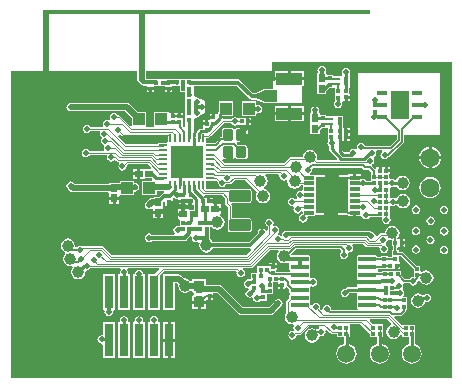
<source format=gtl>
G04 Layer_Physical_Order=1*
G04 Layer_Color=255*
%FSLAX25Y25*%
%MOIN*%
G70*
G01*
G75*
%ADD10R,0.01400X0.01400*%
%ADD11R,0.01400X0.01400*%
%ADD12R,0.02913X0.10984*%
%ADD13R,0.01575X0.00984*%
%ADD14R,0.01575X0.02756*%
%ADD15R,0.02362X0.02559*%
%ADD16R,0.05906X0.09449*%
G04:AMPARAMS|DCode=17|XSize=31.89mil|YSize=16.54mil|CornerRadius=2.07mil|HoleSize=0mil|Usage=FLASHONLY|Rotation=180.000|XOffset=0mil|YOffset=0mil|HoleType=Round|Shape=RoundedRectangle|*
%AMROUNDEDRECTD17*
21,1,0.03189,0.01240,0,0,180.0*
21,1,0.02776,0.01654,0,0,180.0*
1,1,0.00413,-0.01388,0.00620*
1,1,0.00413,0.01388,0.00620*
1,1,0.00413,0.01388,-0.00620*
1,1,0.00413,-0.01388,-0.00620*
%
%ADD17ROUNDEDRECTD17*%
G04:AMPARAMS|DCode=18|XSize=61.81mil|YSize=16.14mil|CornerRadius=2.02mil|HoleSize=0mil|Usage=FLASHONLY|Rotation=0.000|XOffset=0mil|YOffset=0mil|HoleType=Round|Shape=RoundedRectangle|*
%AMROUNDEDRECTD18*
21,1,0.06181,0.01211,0,0,0.0*
21,1,0.05778,0.01614,0,0,0.0*
1,1,0.00404,0.02889,-0.00605*
1,1,0.00404,-0.02889,-0.00605*
1,1,0.00404,-0.02889,0.00605*
1,1,0.00404,0.02889,0.00605*
%
%ADD18ROUNDEDRECTD18*%
%ADD19R,0.10630X0.12205*%
%ADD20R,0.03347X0.01181*%
%ADD21R,0.03937X0.03937*%
%ADD22R,0.08661X0.04134*%
%ADD23R,0.04134X0.03937*%
%ADD24R,0.02559X0.02362*%
%ADD25C,0.03937*%
%ADD26R,0.03740X0.03543*%
G04:AMPARAMS|DCode=27|XSize=39.37mil|YSize=70.87mil|CornerRadius=4.92mil|HoleSize=0mil|Usage=FLASHONLY|Rotation=270.000|XOffset=0mil|YOffset=0mil|HoleType=Round|Shape=RoundedRectangle|*
%AMROUNDEDRECTD27*
21,1,0.03937,0.06102,0,0,270.0*
21,1,0.02953,0.07087,0,0,270.0*
1,1,0.00984,-0.03051,-0.01476*
1,1,0.00984,-0.03051,0.01476*
1,1,0.00984,0.03051,0.01476*
1,1,0.00984,0.03051,-0.01476*
%
%ADD27ROUNDEDRECTD27*%
G04:AMPARAMS|DCode=28|XSize=37.4mil|YSize=33.47mil|CornerRadius=3.35mil|HoleSize=0mil|Usage=FLASHONLY|Rotation=90.000|XOffset=0mil|YOffset=0mil|HoleType=Round|Shape=RoundedRectangle|*
%AMROUNDEDRECTD28*
21,1,0.03740,0.02677,0,0,90.0*
21,1,0.03071,0.03347,0,0,90.0*
1,1,0.00669,0.01339,0.01535*
1,1,0.00669,0.01339,-0.01535*
1,1,0.00669,-0.01339,-0.01535*
1,1,0.00669,-0.01339,0.01535*
%
%ADD28ROUNDEDRECTD28*%
G04:AMPARAMS|DCode=29|XSize=8.66mil|YSize=29.92mil|CornerRadius=2.17mil|HoleSize=0mil|Usage=FLASHONLY|Rotation=180.000|XOffset=0mil|YOffset=0mil|HoleType=Round|Shape=RoundedRectangle|*
%AMROUNDEDRECTD29*
21,1,0.00866,0.02559,0,0,180.0*
21,1,0.00433,0.02992,0,0,180.0*
1,1,0.00433,-0.00217,0.01280*
1,1,0.00433,0.00217,0.01280*
1,1,0.00433,0.00217,-0.01280*
1,1,0.00433,-0.00217,-0.01280*
%
%ADD29ROUNDEDRECTD29*%
G04:AMPARAMS|DCode=30|XSize=8.66mil|YSize=29.92mil|CornerRadius=2.17mil|HoleSize=0mil|Usage=FLASHONLY|Rotation=270.000|XOffset=0mil|YOffset=0mil|HoleType=Round|Shape=RoundedRectangle|*
%AMROUNDEDRECTD30*
21,1,0.00866,0.02559,0,0,270.0*
21,1,0.00433,0.02992,0,0,270.0*
1,1,0.00433,-0.01280,-0.00217*
1,1,0.00433,-0.01280,0.00217*
1,1,0.00433,0.01280,0.00217*
1,1,0.00433,0.01280,-0.00217*
%
%ADD30ROUNDEDRECTD30*%
%ADD31R,0.11024X0.11024*%
%ADD32C,0.01000*%
%ADD33C,0.00600*%
%ADD34C,0.00400*%
%ADD35C,0.01200*%
%ADD36C,0.00866*%
%ADD37C,0.01402*%
%ADD38C,0.02000*%
%ADD39C,0.00800*%
%ADD40C,0.00492*%
%ADD41C,0.00402*%
%ADD42C,0.00500*%
%ADD43C,0.01100*%
%ADD44C,0.00866*%
%ADD45C,0.01969*%
%ADD46C,0.00700*%
%ADD47C,0.00850*%
%ADD48C,0.00591*%
%ADD49C,0.01600*%
%ADD50R,0.04752X0.02683*%
%ADD51R,0.01842X0.24459*%
%ADD52R,1.08799X0.01727*%
%ADD53R,0.01950X0.22982*%
%ADD54C,0.06299*%
%ADD55C,0.05906*%
%ADD56C,0.01969*%
G36*
X126194Y43296D02*
X126965Y43143D01*
Y41072D01*
X127375D01*
Y39893D01*
X126989D01*
Y37406D01*
X125558D01*
Y37792D01*
X123358D01*
Y37406D01*
X122322D01*
X122145Y37835D01*
X121684Y38026D01*
X115906D01*
X115446Y37835D01*
X115255Y37374D01*
Y36164D01*
X115446Y35703D01*
X115446Y35276D01*
X115255Y34815D01*
Y33605D01*
X115446Y33144D01*
X115446Y32717D01*
X115255Y32256D01*
Y31046D01*
X115446Y30585D01*
X115327Y30093D01*
X115245Y29971D01*
X115191Y29697D01*
Y29592D01*
X118795D01*
Y28592D01*
X115191D01*
Y28487D01*
X115245Y28213D01*
X115327Y28091D01*
X115368Y27920D01*
X115021Y27451D01*
X112251D01*
X111900Y27381D01*
X111602Y27182D01*
X111361Y26941D01*
X111266Y26959D01*
X110726Y26852D01*
X110268Y26546D01*
X109962Y26088D01*
X109855Y25548D01*
X109962Y25008D01*
X110268Y24550D01*
X110726Y24244D01*
X111266Y24137D01*
X111806Y24244D01*
X112264Y24550D01*
X112570Y25008D01*
X112677Y25548D01*
X112733Y25615D01*
X115384D01*
X115406Y25564D01*
X115446Y25040D01*
X115406Y24942D01*
X115255Y24579D01*
Y23369D01*
X115446Y22908D01*
X115446Y22481D01*
X115255Y22020D01*
Y20809D01*
X115446Y20349D01*
X115724Y20234D01*
X115624Y19734D01*
X106996D01*
X106724Y20065D01*
X106617Y20605D01*
X106311Y21063D01*
X105853Y21369D01*
X105313Y21476D01*
X104773Y21369D01*
X104315Y21063D01*
X104009Y20605D01*
X103902Y20065D01*
X103908Y20035D01*
X103447Y19789D01*
X102955Y20281D01*
X103036Y20692D01*
X102929Y21232D01*
X102623Y21690D01*
X102165Y21996D01*
X101625Y22103D01*
X101085Y21996D01*
X100627Y21690D01*
X100547Y21571D01*
X99893Y21446D01*
X99737Y21561D01*
Y22020D01*
X99546Y22481D01*
X99546Y22908D01*
X99737Y23369D01*
Y24579D01*
X99586Y24942D01*
X99546Y25040D01*
Y25467D01*
X99586Y25564D01*
X99737Y25928D01*
Y27138D01*
X99720Y27179D01*
X100003Y27727D01*
X100145Y27764D01*
X100685Y27657D01*
X101225Y27764D01*
X101683Y28070D01*
X101989Y28528D01*
X102096Y29068D01*
X101989Y29608D01*
X101683Y30066D01*
X101225Y30372D01*
X100685Y30479D01*
X100145Y30372D01*
X99817Y30501D01*
X99636Y30802D01*
X99737Y31046D01*
Y32256D01*
X99586Y32620D01*
X99546Y32717D01*
Y33144D01*
X99586Y33242D01*
X99737Y33605D01*
Y34815D01*
X99546Y35276D01*
X99546Y35703D01*
X99737Y36164D01*
Y37374D01*
X99546Y37835D01*
X99086Y38026D01*
X93379D01*
X93285Y38492D01*
X94985Y40192D01*
X109629D01*
X109991Y39810D01*
X109946Y39283D01*
X109933Y39274D01*
X109627Y38816D01*
X109520Y38276D01*
X109627Y37736D01*
X109933Y37278D01*
X110391Y36972D01*
X110931Y36865D01*
X111471Y36972D01*
X111929Y37278D01*
X112235Y37736D01*
X112342Y38276D01*
X112261Y38682D01*
X112503Y39018D01*
X112635Y39118D01*
X112692Y39107D01*
X113232Y39214D01*
X113690Y39520D01*
X113996Y39978D01*
X114103Y40518D01*
X113996Y41058D01*
X113797Y41356D01*
X114009Y41846D01*
X114019Y41856D01*
X117392D01*
X118314Y40933D01*
X118773Y40743D01*
X122503D01*
X122920Y40277D01*
X123027Y39737D01*
X123333Y39279D01*
X123791Y38973D01*
X124331Y38866D01*
X124871Y38973D01*
X125329Y39279D01*
X125635Y39737D01*
X125742Y40277D01*
X125635Y40817D01*
X125329Y41275D01*
X124904Y41559D01*
X124862Y41766D01*
X124845Y42096D01*
X125137Y42291D01*
X125443Y42749D01*
X125522Y43144D01*
X125993Y43430D01*
X126194Y43296D01*
D02*
G37*
G36*
X36766Y77863D02*
X37225Y77673D01*
X52249D01*
Y76041D01*
X52092Y75735D01*
X51787Y75578D01*
X49453D01*
X49212Y75530D01*
X49008Y75394D01*
X48924Y75267D01*
X38292D01*
X35774Y77785D01*
X35946Y78321D01*
X36247Y78381D01*
X36766Y77863D01*
D02*
G37*
G36*
X86526Y89136D02*
X84640D01*
X80172Y91091D01*
X84703Y93073D01*
X86526D01*
Y89136D01*
D02*
G37*
G36*
X134261Y33514D02*
Y30874D01*
X134152Y30784D01*
X133612Y30677D01*
X133154Y30371D01*
X133021Y30173D01*
X131398D01*
X129960Y31610D01*
Y32801D01*
X125660D01*
Y32789D01*
X123659D01*
Y32403D01*
X122503D01*
X122155Y32853D01*
X122185Y33242D01*
X122301Y33522D01*
X123358D01*
Y33492D01*
X125361D01*
Y33467D01*
X127361D01*
Y33367D01*
X128061D01*
Y34567D01*
X128561D01*
Y35067D01*
X129761D01*
Y35767D01*
X129189D01*
Y37680D01*
X130094D01*
X134261Y33514D01*
D02*
G37*
G36*
X146868Y-2765D02*
X1Y-2765D01*
Y99365D01*
X42116D01*
Y96430D01*
X42125Y96407D01*
X42118Y96384D01*
X42132Y96358D01*
X42128Y96329D01*
X42198Y96232D01*
X42243Y96124D01*
X42264Y96115D01*
X42276Y96093D01*
X43824Y94840D01*
X43923Y94810D01*
X44058Y94720D01*
X44448Y94642D01*
X45230D01*
Y94062D01*
X46430D01*
X47630D01*
Y94560D01*
X51315D01*
Y94062D01*
X52515D01*
X53715D01*
Y94428D01*
X54158Y94566D01*
X54158Y94566D01*
Y94566D01*
X54158Y94566D01*
X56259D01*
Y92522D01*
X58010D01*
Y81183D01*
X57510Y80895D01*
X57307Y81012D01*
X57251Y81234D01*
X57251D01*
Y83234D01*
X57351D01*
Y83934D01*
X56151D01*
Y84434D01*
X55651D01*
Y85634D01*
X55121D01*
Y85647D01*
X54421D01*
Y84447D01*
X53421D01*
Y85647D01*
X52898D01*
X52486Y85859D01*
Y85859D01*
X52486Y85859D01*
X47749D01*
Y81121D01*
X47749D01*
X47650Y80662D01*
X45104D01*
X45005Y81121D01*
X45005Y81162D01*
Y85859D01*
X42287D01*
X39697Y88448D01*
X39234Y88758D01*
X38688Y88866D01*
X38688Y88866D01*
X20165D01*
X19859Y88927D01*
X19319Y88820D01*
X18861Y88514D01*
X18555Y88056D01*
X18544Y88001D01*
X18536Y87989D01*
X18428Y87443D01*
X18536Y86897D01*
X18846Y86434D01*
X18850Y86430D01*
X18850Y86430D01*
X19313Y86120D01*
X19859Y86012D01*
X19859Y86012D01*
X38096D01*
X40268Y83840D01*
Y81315D01*
X39777Y81099D01*
X36286Y84590D01*
X35827Y84780D01*
X35557D01*
X35345Y85097D01*
X34887Y85403D01*
X34347Y85510D01*
X33807Y85403D01*
X33349Y85097D01*
X33043Y84639D01*
X32936Y84099D01*
X33043Y83559D01*
X33087Y83493D01*
X32727Y83132D01*
X32630Y83197D01*
X32090Y83304D01*
X31550Y83197D01*
X31092Y82891D01*
X30786Y82433D01*
X30679Y81893D01*
X30779Y81389D01*
X30775Y81336D01*
X30494Y80889D01*
X26516D01*
X26265Y81265D01*
X25807Y81571D01*
X25267Y81678D01*
X24727Y81571D01*
X24269Y81265D01*
X23963Y80807D01*
X23856Y80267D01*
X23963Y79727D01*
X24269Y79269D01*
X24727Y78963D01*
X25267Y78856D01*
X25807Y78963D01*
X26265Y79269D01*
X26480Y79591D01*
X29498D01*
X29504Y79579D01*
X29710Y79090D01*
X29618Y78624D01*
X29725Y78084D01*
X30031Y77627D01*
X30373Y77398D01*
Y77254D01*
X30067Y76796D01*
X29960Y76256D01*
X30067Y75716D01*
X30373Y75258D01*
X30831Y74952D01*
X30890Y74940D01*
X31136Y74408D01*
X31029Y73868D01*
X31115Y73433D01*
X30845Y72933D01*
X26055D01*
X25939Y73106D01*
X25481Y73412D01*
X24941Y73519D01*
X24401Y73412D01*
X23943Y73106D01*
X23637Y72648D01*
X23530Y72108D01*
X23637Y71568D01*
X23943Y71110D01*
X24401Y70804D01*
X24941Y70697D01*
X25481Y70804D01*
X25939Y71110D01*
X26245Y71568D01*
X26258Y71634D01*
X31839D01*
X32110Y71134D01*
X32024Y70699D01*
X32131Y70159D01*
X32437Y69701D01*
X32895Y69395D01*
X33435Y69288D01*
X33975Y69395D01*
X34433Y69701D01*
X34752Y69732D01*
X35092Y69392D01*
X35551Y69202D01*
X35940D01*
X36081Y68876D01*
X36120Y68702D01*
X35836Y68277D01*
X35729Y67737D01*
X35836Y67197D01*
X36142Y66739D01*
X36600Y66433D01*
X37140Y66326D01*
X37680Y66433D01*
X38138Y66739D01*
X38444Y67197D01*
X38551Y67737D01*
X38504Y67976D01*
X38929Y68402D01*
X45599D01*
X46699Y67302D01*
X46508Y66840D01*
X44756D01*
X44298Y66940D01*
X43924Y66940D01*
X43018D01*
Y65259D01*
Y63578D01*
X43924D01*
X44298Y63578D01*
X44756Y63678D01*
X46922D01*
X47109Y63434D01*
X46870Y62934D01*
X43791D01*
Y58197D01*
X48528D01*
Y59335D01*
X50838D01*
X51112Y58837D01*
X51035Y58793D01*
X50701Y58727D01*
X50370Y58506D01*
X49379Y57515D01*
X47542D01*
Y57259D01*
X47059D01*
X46513Y57151D01*
X46050Y56841D01*
X46050Y56841D01*
X44979Y55770D01*
X44669Y55307D01*
X44561Y54761D01*
X44669Y54215D01*
X44979Y53752D01*
X45442Y53442D01*
X45988Y53334D01*
X46534Y53442D01*
X46942Y53715D01*
X47152Y53661D01*
X47442Y53489D01*
Y52791D01*
X49123D01*
X50804D01*
Y53697D01*
X50804Y54071D01*
X50704Y54529D01*
Y55827D01*
X50928Y56002D01*
X51428Y55758D01*
Y54485D01*
X52128D01*
Y55685D01*
X52628D01*
Y56185D01*
X53828D01*
Y56885D01*
X53828Y56885D01*
X53828D01*
X53873Y57046D01*
X54417Y57133D01*
X54437Y57103D01*
X54895Y56797D01*
X55435Y56690D01*
X55646Y56732D01*
X55783Y56629D01*
X57346D01*
Y56129D01*
X57846D01*
Y54929D01*
X58546D01*
Y54929D01*
X58671Y54919D01*
Y54919D01*
X59042Y54919D01*
X59371D01*
Y56119D01*
X60371D01*
Y54919D01*
X60839D01*
Y53315D01*
X59658D01*
X59200Y53415D01*
X58826Y53415D01*
X57920D01*
Y51734D01*
X57420D01*
Y51234D01*
X55641D01*
Y50053D01*
X55763D01*
X56218Y49945D01*
X56218Y49553D01*
Y47867D01*
X55803D01*
X55714Y47850D01*
X55554Y47881D01*
X55014Y47774D01*
X54556Y47468D01*
X54250Y47010D01*
X54143Y46470D01*
X54250Y45930D01*
X54556Y45472D01*
X54591Y45449D01*
X54439Y44949D01*
X46973D01*
X46520Y45251D01*
X45980Y45358D01*
X45440Y45251D01*
X44982Y44945D01*
X44676Y44487D01*
X44569Y43947D01*
X44676Y43407D01*
X44982Y42949D01*
X45440Y42643D01*
X45980Y42536D01*
X46520Y42643D01*
X46919Y42909D01*
X57874D01*
X58264Y42987D01*
X58595Y43208D01*
X59774Y44387D01*
X60316Y44273D01*
X60339Y44245D01*
X60240Y43747D01*
X60347Y43207D01*
X60653Y42749D01*
X61111Y42443D01*
X61651Y42336D01*
X62191Y42443D01*
X62771Y42255D01*
X62853Y42125D01*
X62708Y41397D01*
X62892Y40473D01*
X63415Y39689D01*
X64199Y39166D01*
X65123Y38982D01*
X66047Y39166D01*
X66831Y39689D01*
X67289Y40376D01*
X79733D01*
X79883Y40158D01*
X79957Y39892D01*
X78344Y38279D01*
X33622D01*
X30924Y40977D01*
X30465Y41168D01*
X23641D01*
X23300Y41026D01*
X22831Y41119D01*
X22291Y41012D01*
X21833Y40706D01*
X21316Y40832D01*
X21252Y40910D01*
X21324Y41273D01*
X21140Y42197D01*
X20617Y42981D01*
X19833Y43504D01*
X18909Y43688D01*
X17985Y43504D01*
X17201Y42981D01*
X16678Y42197D01*
X16494Y41273D01*
X16678Y40349D01*
X17201Y39565D01*
X17985Y39042D01*
X18062Y39026D01*
X18160Y38536D01*
X18081Y38484D01*
X17558Y37700D01*
X17374Y36776D01*
X17558Y35852D01*
X18081Y35068D01*
X18865Y34545D01*
X19789Y34361D01*
X20209Y34445D01*
X20510Y33995D01*
X20164Y33477D01*
X19980Y32553D01*
X20164Y31629D01*
X20687Y30845D01*
X21471Y30322D01*
X22395Y30138D01*
X23319Y30322D01*
X24103Y30845D01*
X24626Y31629D01*
X24810Y32553D01*
X24801Y32596D01*
X25227Y33021D01*
X25239Y33019D01*
X25779Y33126D01*
X26237Y33432D01*
X26470Y33781D01*
X36400D01*
X36532Y33552D01*
X36606Y33281D01*
X36344Y32888D01*
X36237Y32348D01*
X36263Y32215D01*
X35853Y31715D01*
X35815D01*
Y19931D01*
X39529D01*
Y31715D01*
X39443D01*
X39033Y32215D01*
X39059Y32348D01*
X38952Y32888D01*
X38690Y33281D01*
X38764Y33552D01*
X38896Y33781D01*
X49213D01*
X49404Y33319D01*
X47800Y31715D01*
X45815D01*
Y19931D01*
X49529D01*
Y31580D01*
X50874Y32925D01*
X74832D01*
X74911Y32876D01*
X75221Y32512D01*
X75144Y32125D01*
X75251Y31585D01*
X75557Y31127D01*
X76015Y30821D01*
X76555Y30714D01*
X77095Y30821D01*
X77553Y31127D01*
X77859Y31585D01*
X77966Y32125D01*
X77859Y32665D01*
X77553Y33123D01*
X77317Y33281D01*
X77469Y33781D01*
X79938D01*
X80398Y33971D01*
X86221Y39794D01*
X88975D01*
X89192Y39294D01*
X88776Y38672D01*
X88592Y37748D01*
X88776Y36824D01*
X89299Y36040D01*
X90083Y35517D01*
X91007Y35333D01*
X91931Y35517D01*
X92219Y35709D01*
X92557Y35638D01*
X92792Y35141D01*
X92657Y34815D01*
Y33605D01*
X92807Y33242D01*
X92847Y33144D01*
Y32717D01*
X92807Y32620D01*
X92724Y32418D01*
X88541D01*
X88432Y32526D01*
Y33108D01*
X88532D01*
Y33808D01*
X87332D01*
Y34308D01*
X86832D01*
Y35508D01*
X86132D01*
Y34352D01*
X82070D01*
Y32292D01*
X79975D01*
Y30279D01*
X79955D01*
Y30148D01*
X79550D01*
X79179Y30074D01*
X79083Y30009D01*
X78948Y30036D01*
X78408Y29929D01*
X77950Y29623D01*
X77644Y29165D01*
X77537Y28625D01*
X77644Y28085D01*
X77950Y27627D01*
X78408Y27321D01*
X78948Y27214D01*
X79037Y27231D01*
X79368Y26787D01*
X79312Y26682D01*
X78985Y26617D01*
X78527Y26311D01*
X78221Y25853D01*
X78114Y25313D01*
X78221Y24773D01*
X78527Y24315D01*
X78985Y24009D01*
X79525Y23902D01*
X80065Y24009D01*
X80214Y24108D01*
X80664Y23808D01*
X80651Y23742D01*
X80758Y23202D01*
X81064Y22744D01*
X81522Y22438D01*
X82062Y22331D01*
X82602Y22438D01*
X83060Y22744D01*
X83178Y22920D01*
X85211D01*
Y25000D01*
X87274D01*
Y29098D01*
X89092D01*
Y28595D01*
X90292D01*
Y28095D01*
X90792D01*
Y26895D01*
X91492D01*
Y27260D01*
X91992Y27467D01*
X92657Y26802D01*
Y25928D01*
X92807Y25564D01*
X92847Y25467D01*
Y25040D01*
X92807Y24942D01*
X92657Y24579D01*
Y23749D01*
X91915Y23007D01*
X91725Y22548D01*
Y18757D01*
X91442Y18334D01*
X91258Y17410D01*
X91442Y16486D01*
X91965Y15702D01*
X92749Y15179D01*
X93673Y14995D01*
X94068Y15074D01*
X94369Y14624D01*
X94228Y14413D01*
X94121Y13873D01*
X94228Y13333D01*
X94264Y13280D01*
X94270Y13124D01*
X93916Y12751D01*
X93814Y12771D01*
X93274Y12664D01*
X92816Y12358D01*
X92510Y11900D01*
X92403Y11360D01*
X92510Y10820D01*
X92816Y10362D01*
X93274Y10056D01*
X93814Y9949D01*
X94354Y10056D01*
X94812Y10362D01*
X95118Y10820D01*
X95225Y11360D01*
X95455Y11639D01*
X96188D01*
X96647Y11829D01*
X99163Y14345D01*
X102663D01*
X102807Y13845D01*
X102472Y13621D01*
X102282Y13337D01*
X101733D01*
X101615Y13313D01*
X101242Y13562D01*
X100318Y13746D01*
X99394Y13562D01*
X98610Y13039D01*
X98087Y12255D01*
X97903Y11331D01*
X98087Y10407D01*
X98610Y9623D01*
X99394Y9100D01*
X100318Y8916D01*
X101242Y9100D01*
X102026Y9623D01*
X102549Y10407D01*
X102648Y10906D01*
X102920Y11305D01*
X103191Y11267D01*
X103470Y11212D01*
X104010Y11319D01*
X104468Y11625D01*
X104774Y12083D01*
X104881Y12623D01*
X104814Y12961D01*
X105275Y13208D01*
X106482Y12001D01*
X106941Y11811D01*
X108597D01*
Y10870D01*
X110910D01*
Y8585D01*
X110908Y8584D01*
X110092Y8247D01*
X109392Y7709D01*
X108854Y7009D01*
X108517Y6193D01*
X108401Y5318D01*
X108517Y4443D01*
X108854Y3627D01*
X109392Y2927D01*
X110092Y2389D01*
X110908Y2052D01*
X111783Y1936D01*
X112658Y2052D01*
X113474Y2389D01*
X114174Y2927D01*
X114712Y3627D01*
X115050Y4443D01*
X115165Y5318D01*
X115050Y6193D01*
X114712Y7009D01*
X114174Y7709D01*
X113474Y8247D01*
X112746Y8548D01*
Y10870D01*
X112897D01*
Y15080D01*
X113370Y15145D01*
X116471D01*
X119706Y11910D01*
Y10882D01*
X121988D01*
Y8579D01*
X121187Y8247D01*
X120487Y7709D01*
X119949Y7009D01*
X119612Y6193D01*
X119496Y5318D01*
X119612Y4443D01*
X119949Y3627D01*
X120487Y2927D01*
X121187Y2389D01*
X122003Y2052D01*
X122878Y1936D01*
X123753Y2052D01*
X124569Y2389D01*
X125269Y2927D01*
X125807Y3627D01*
X126145Y4443D01*
X126260Y5318D01*
X126145Y6193D01*
X125807Y7009D01*
X125269Y7709D01*
X124569Y8247D01*
X123824Y8555D01*
Y10882D01*
X124006D01*
Y13082D01*
X124004D01*
Y15085D01*
X120716D01*
X119519Y16283D01*
X119710Y16745D01*
X125343D01*
X126806Y15282D01*
X126660Y14804D01*
X126578Y14787D01*
X125794Y14264D01*
X125271Y13480D01*
X125087Y12556D01*
X125271Y11632D01*
X125794Y10848D01*
X126578Y10325D01*
X127502Y10141D01*
X128426Y10325D01*
X129210Y10848D01*
X129596Y11426D01*
X130143Y11555D01*
X130225Y11540D01*
X130399Y11402D01*
Y10690D01*
X132681D01*
Y8585D01*
X132678Y8584D01*
X131862Y8247D01*
X131162Y7709D01*
X130624Y7009D01*
X130287Y6193D01*
X130171Y5318D01*
X130287Y4443D01*
X130624Y3627D01*
X131162Y2927D01*
X131862Y2389D01*
X132678Y2052D01*
X133553Y1936D01*
X134428Y2052D01*
X135244Y2389D01*
X135944Y2927D01*
X136482Y3627D01*
X136820Y4443D01*
X136935Y5318D01*
X136820Y6193D01*
X136482Y7009D01*
X135944Y7709D01*
X135244Y8247D01*
X134517Y8548D01*
Y10690D01*
X134699D01*
Y14908D01*
X130399D01*
X130399Y14908D01*
Y14908D01*
X129968Y15088D01*
X127670Y17386D01*
X127861Y17848D01*
X129886D01*
X130140Y17899D01*
X130355Y18042D01*
X131493Y19180D01*
X131636Y19395D01*
X131687Y19649D01*
Y19840D01*
X132080D01*
Y24140D01*
X130845D01*
X130817Y24171D01*
X130624Y24640D01*
X130831Y24950D01*
X130938Y25490D01*
X130831Y26030D01*
X130525Y26488D01*
X130512Y26496D01*
X130494Y27110D01*
X130715Y27441D01*
X130822Y27981D01*
X130758Y28304D01*
X131069Y28703D01*
X131084Y28715D01*
X131141Y28745D01*
X132907D01*
X133154Y28375D01*
X133612Y28069D01*
X134152Y27962D01*
X134692Y28069D01*
X135150Y28375D01*
X135456Y28833D01*
X135563Y29373D01*
X135738Y29534D01*
X135778Y29546D01*
X136353Y29446D01*
X136725Y28888D01*
X137509Y28365D01*
X138433Y28181D01*
X139357Y28365D01*
X140141Y28888D01*
X140664Y29672D01*
X140848Y30596D01*
X140664Y31520D01*
X140141Y32304D01*
X139357Y32827D01*
X138433Y33011D01*
X137509Y32827D01*
X136961Y32461D01*
X136461Y32728D01*
Y34638D01*
X135155D01*
X130895Y38899D01*
X130663Y39053D01*
X130390Y39108D01*
X129189D01*
Y39893D01*
X128803D01*
Y40539D01*
X128965Y40972D01*
X129665D01*
Y42172D01*
Y43372D01*
X129055D01*
X128805Y43806D01*
X128826Y43819D01*
X129349Y44603D01*
X129533Y45527D01*
X129349Y46451D01*
X128826Y47235D01*
X128042Y47758D01*
X127118Y47942D01*
X126194Y47758D01*
X125410Y47235D01*
X124887Y46451D01*
X124717Y45599D01*
X123301D01*
X122842Y45409D01*
X121980Y44548D01*
X121923Y44551D01*
X121470Y44745D01*
X121396Y45117D01*
X121090Y45575D01*
X120632Y45881D01*
X120093Y45988D01*
X120055Y46026D01*
X119724Y46247D01*
X119334Y46325D01*
X92324D01*
X91934Y46247D01*
X91804Y46160D01*
X91774Y46166D01*
X91234Y46059D01*
X90776Y45753D01*
X90470Y45295D01*
X90371Y44797D01*
X90229Y44719D01*
X89986Y44653D01*
X89878Y44630D01*
X89426Y44932D01*
X89139Y44989D01*
X89021Y45512D01*
X89327Y45970D01*
X89434Y46510D01*
X89327Y47050D01*
X89021Y47508D01*
X88563Y47814D01*
X88023Y47921D01*
X87658Y47849D01*
X87341Y48275D01*
X87448Y48435D01*
X87555Y48975D01*
X87448Y49515D01*
X87142Y49973D01*
X86684Y50279D01*
X86144Y50386D01*
X85604Y50279D01*
X85146Y49973D01*
X84840Y49515D01*
X84733Y48975D01*
X84840Y48435D01*
X85146Y47977D01*
X85509Y47735D01*
Y46467D01*
X85045Y46239D01*
X85009Y46245D01*
X84721Y46675D01*
X84263Y46981D01*
X83723Y47088D01*
X83183Y46981D01*
X82725Y46675D01*
X82419Y46217D01*
X82312Y45677D01*
X82329Y45590D01*
X79359Y42620D01*
X67154D01*
X66831Y43105D01*
X66325Y43442D01*
Y46686D01*
X66303Y46798D01*
Y47361D01*
X66385Y47442D01*
X67022Y47381D01*
X67058Y47326D01*
X67842Y46803D01*
X68766Y46619D01*
X69690Y46803D01*
X70474Y47326D01*
X70997Y48110D01*
X71181Y49034D01*
X70997Y49958D01*
X70474Y50742D01*
X69690Y51265D01*
X69645Y51274D01*
X69695Y51774D01*
X69833D01*
Y52955D01*
X68054D01*
Y53455D01*
X67554D01*
Y55136D01*
X67170D01*
Y55591D01*
X65970D01*
Y56091D01*
X65470D01*
Y57291D01*
X64770D01*
X64360Y57509D01*
X64323Y57546D01*
X64530Y58046D01*
X70280D01*
X71278Y57048D01*
Y55503D01*
X71278Y55503D01*
X71328Y55251D01*
X71471Y55038D01*
X72303Y54206D01*
Y49829D01*
X72249Y49558D01*
Y46605D01*
X72318Y46257D01*
X72515Y45962D01*
X72810Y45765D01*
X73158Y45695D01*
X79261D01*
X79609Y45765D01*
X79904Y45962D01*
X80101Y46257D01*
X80170Y46605D01*
Y49558D01*
X80101Y49906D01*
X79904Y50201D01*
X79609Y50398D01*
X79261Y50467D01*
X73620D01*
Y54479D01*
X73620Y54479D01*
X73570Y54731D01*
X73427Y54945D01*
X73334Y55038D01*
X73541Y55538D01*
X79261D01*
X79609Y55607D01*
X79904Y55804D01*
X80101Y56099D01*
X80170Y56447D01*
Y59400D01*
X80101Y59748D01*
X79904Y60043D01*
X79609Y60241D01*
X79261Y60310D01*
X73158D01*
X72887Y60256D01*
X65065D01*
X64963Y60358D01*
Y62401D01*
X65120Y62707D01*
X65426Y62864D01*
X67760D01*
X68000Y62912D01*
X68204Y63048D01*
X68240Y63052D01*
X69086Y62206D01*
X69183Y61716D01*
X69489Y61258D01*
X69947Y60952D01*
X70487Y60845D01*
X71027Y60952D01*
X71485Y61258D01*
X71791Y61716D01*
X71791Y61718D01*
X72798D01*
X73257Y61909D01*
X74617Y63269D01*
X78067D01*
X82047Y59288D01*
X81712Y58786D01*
X81528Y57862D01*
X81712Y56938D01*
X82235Y56154D01*
X83019Y55631D01*
X83943Y55447D01*
X84867Y55631D01*
X85651Y56154D01*
X86174Y56938D01*
X86358Y57862D01*
X86174Y58786D01*
X85651Y59570D01*
X84867Y60093D01*
X84394Y60187D01*
X84289Y60718D01*
X84863Y61101D01*
X85386Y61885D01*
X85570Y62809D01*
X85386Y63733D01*
X84863Y64517D01*
X84813Y64550D01*
X84964Y65050D01*
X89075D01*
X89479Y64551D01*
X89449Y64399D01*
X89556Y63859D01*
X89862Y63401D01*
X90320Y63095D01*
X90860Y62988D01*
X91400Y63095D01*
X91696Y63293D01*
X92149Y63005D01*
X92088Y62700D01*
X92272Y61776D01*
X92795Y60992D01*
X93579Y60469D01*
X94503Y60285D01*
X95427Y60469D01*
X96211Y60992D01*
X96526Y61465D01*
X97220D01*
Y59941D01*
X96720Y59577D01*
X96485Y59623D01*
X95945Y59516D01*
X95487Y59210D01*
X95181Y58752D01*
X95074Y58212D01*
X95181Y57672D01*
X95433Y57296D01*
X95244Y56849D01*
X94803Y56835D01*
X94758Y56902D01*
X94300Y57208D01*
X93760Y57315D01*
X93220Y57208D01*
X92762Y56902D01*
X92456Y56444D01*
X92349Y55904D01*
X92456Y55364D01*
X92762Y54906D01*
X93220Y54600D01*
X93760Y54493D01*
X94039Y54548D01*
X94339Y54098D01*
X94215Y53912D01*
X94108Y53372D01*
X94215Y52832D01*
X94521Y52374D01*
X94979Y52068D01*
X95519Y51961D01*
X96059Y52068D01*
X96517Y52374D01*
X96720Y52678D01*
X97220Y52526D01*
Y51916D01*
X96990Y51686D01*
X96987Y51681D01*
X96909Y51665D01*
X96451Y51359D01*
X96145Y50901D01*
X96038Y50361D01*
X96145Y49821D01*
X96451Y49363D01*
X96909Y49057D01*
X97449Y48950D01*
X97989Y49057D01*
X98447Y49363D01*
X98753Y49821D01*
X98860Y50361D01*
X98795Y50687D01*
X99117Y51187D01*
X101366D01*
Y51481D01*
X106470D01*
Y58083D01*
Y64685D01*
X101366D01*
Y64979D01*
X99815D01*
X99663Y65479D01*
X99868Y65616D01*
X100174Y66074D01*
X100281Y66614D01*
X100233Y66857D01*
X100565Y67229D01*
X116846D01*
X117271Y66805D01*
X117271Y66805D01*
X117535Y66628D01*
X117847Y66566D01*
X117847Y66566D01*
X119267D01*
X120120Y65714D01*
X120080Y65214D01*
X119897D01*
Y62932D01*
X118387D01*
X118321Y63030D01*
X117863Y63336D01*
X117323Y63443D01*
X117207Y63420D01*
X117124Y63489D01*
X114647D01*
Y63989D01*
X114147D01*
Y65079D01*
X112474D01*
Y64685D01*
X107470D01*
Y58083D01*
Y51481D01*
X112474D01*
Y51087D01*
X114147D01*
Y52178D01*
X115147D01*
Y51087D01*
X116688D01*
X116688Y51087D01*
Y51087D01*
X117072Y50813D01*
X117153Y50725D01*
X117292Y50517D01*
X117750Y50211D01*
X118290Y50104D01*
X118830Y50211D01*
X119288Y50517D01*
X119512Y50852D01*
X122677D01*
X122776Y50872D01*
X123553D01*
X123820Y50372D01*
X123733Y49930D01*
X123840Y49390D01*
X124146Y48932D01*
X124604Y48626D01*
X125144Y48519D01*
X125684Y48626D01*
X126142Y48932D01*
X126448Y49390D01*
X126555Y49930D01*
X126448Y50470D01*
X126413Y50531D01*
X126234Y50978D01*
X126234Y51324D01*
Y53072D01*
X126220D01*
Y54283D01*
X126444Y54402D01*
X126720Y54501D01*
X127193Y54407D01*
X127733Y54514D01*
X128127Y54777D01*
X128603Y54750D01*
X128683Y54736D01*
X128909Y54397D01*
X129693Y53874D01*
X130617Y53690D01*
X131541Y53874D01*
X132325Y54397D01*
X132848Y55181D01*
X133032Y56105D01*
X132848Y57029D01*
X132325Y57813D01*
X131541Y58336D01*
X130617Y58520D01*
X129693Y58336D01*
X128909Y57813D01*
X128495Y57192D01*
X127982Y57027D01*
X127876Y57027D01*
X127733Y57122D01*
X127193Y57229D01*
X126710Y57133D01*
X126592Y57164D01*
X126210Y57427D01*
Y58884D01*
X126215D01*
Y60488D01*
X126715Y60758D01*
X127152Y60671D01*
X127692Y60778D01*
X127932Y60938D01*
X128515Y60869D01*
X128582Y60830D01*
X128816Y60478D01*
X129600Y59955D01*
X130524Y59771D01*
X131448Y59955D01*
X132232Y60478D01*
X132755Y61262D01*
X132939Y62186D01*
X132755Y63110D01*
X132232Y63894D01*
X131448Y64417D01*
X130524Y64601D01*
X129600Y64417D01*
X128816Y63894D01*
X128491Y63407D01*
X128488Y63403D01*
X127857Y63277D01*
X127851Y63280D01*
X127692Y63386D01*
X127152Y63493D01*
X126640Y63392D01*
X126604Y63391D01*
X126140Y63672D01*
Y65012D01*
X126240D01*
Y65712D01*
X125040D01*
Y66212D01*
X124540D01*
Y67412D01*
X124224D01*
Y67413D01*
X123524D01*
Y66213D01*
X122524D01*
Y67413D01*
X121824D01*
Y67024D01*
X121324Y66817D01*
X120418Y67723D01*
X120488Y68332D01*
X120488Y68332D01*
X120681Y68461D01*
X120987Y68919D01*
X121094Y69459D01*
X120987Y69999D01*
X120843Y70214D01*
X120916Y70702D01*
X121009Y70798D01*
X121380Y71046D01*
X121686Y71504D01*
X121793Y72044D01*
X121690Y72562D01*
X121688Y72588D01*
X121968Y73062D01*
X123624D01*
X123775Y72562D01*
X123558Y72417D01*
X123252Y71959D01*
X123145Y71419D01*
X123252Y70879D01*
X123558Y70421D01*
X124016Y70115D01*
X124556Y70008D01*
X125096Y70115D01*
X125554Y70421D01*
X125805Y70797D01*
X125925Y70821D01*
X126140Y70964D01*
X130694Y75518D01*
X130837Y75733D01*
X130888Y75987D01*
Y78112D01*
X142842D01*
X142842Y98803D01*
X115529Y98803D01*
X115529Y78112D01*
X128603D01*
Y76749D01*
X126242Y74388D01*
X118100D01*
X118056Y74609D01*
X117750Y75067D01*
X117292Y75373D01*
X116752Y75480D01*
X116212Y75373D01*
X115754Y75067D01*
X115448Y74609D01*
X115341Y74069D01*
X115422Y73658D01*
X115065Y73356D01*
X115016Y73334D01*
X114680Y73558D01*
X114140Y73665D01*
X113600Y73558D01*
X113142Y73252D01*
X112836Y72794D01*
X112770Y72463D01*
X111026D01*
X110492Y72997D01*
Y76163D01*
X111144D01*
Y77363D01*
X111644D01*
Y77863D01*
X112844D01*
Y78563D01*
X112841D01*
Y78860D01*
X111641D01*
Y79360D01*
X111141D01*
Y80560D01*
X110970D01*
X110729Y80960D01*
Y84516D01*
X108353D01*
X108353Y84516D01*
X107973D01*
Y84516D01*
X107853Y84516D01*
X105597D01*
Y84516D01*
X105115Y84558D01*
Y84794D01*
X102915D01*
X102905Y84881D01*
X102859Y85361D01*
X102859D01*
X102615Y85761D01*
X102593Y85861D01*
X102689Y86348D01*
X102582Y86888D01*
X102276Y87346D01*
X101818Y87652D01*
X101278Y87759D01*
X100738Y87652D01*
X100280Y87346D01*
X99974Y86888D01*
X99867Y86348D01*
X99963Y85861D01*
X99941Y85761D01*
X99697Y85361D01*
X99697Y85361D01*
X99697Y85361D01*
Y82003D01*
X99697Y82003D01*
Y81818D01*
X99697D01*
X99697Y81502D01*
Y78458D01*
X102859D01*
Y79611D01*
X103742Y80494D01*
X105115D01*
Y80494D01*
X105486Y80570D01*
X105692Y80379D01*
Y76304D01*
X105692Y76304D01*
X105589Y76002D01*
X105562Y75961D01*
X105455Y75421D01*
X105562Y74881D01*
X105868Y74423D01*
X105952Y74367D01*
Y73341D01*
X106022Y72990D01*
X106221Y72692D01*
X108757Y70156D01*
X108566Y69694D01*
X102292D01*
X102242Y69723D01*
X101920Y70194D01*
X102053Y70863D01*
X101869Y71787D01*
X101346Y72571D01*
X100562Y73094D01*
X99638Y73278D01*
X98714Y73094D01*
X97930Y72571D01*
X97407Y71787D01*
X97223Y70863D01*
X97209Y70846D01*
X93022D01*
X92562Y70656D01*
X90857Y68950D01*
X71121D01*
X70376Y69695D01*
X70466Y69880D01*
X70671Y70107D01*
X70911Y70060D01*
X71749D01*
Y72446D01*
X72749D01*
Y70060D01*
X73588D01*
X73914Y70124D01*
X74190Y70309D01*
X74296Y70467D01*
X74336Y70481D01*
X74730Y70497D01*
X74851Y70467D01*
X74909Y70381D01*
X75152Y70219D01*
X75438Y70161D01*
X78116D01*
X78402Y70219D01*
X78645Y70381D01*
X78808Y70624D01*
X78865Y70911D01*
Y73981D01*
X78808Y74268D01*
X78645Y74511D01*
X78402Y74673D01*
X78116Y74730D01*
X75760D01*
X75180Y75310D01*
X75427Y75771D01*
X75438Y75768D01*
X76277D01*
Y78155D01*
Y80541D01*
X75438D01*
X75113Y80476D01*
X74837Y80292D01*
X74731Y80133D01*
X74691Y80120D01*
X74296Y80104D01*
X74175Y80133D01*
X74118Y80220D01*
X73875Y80382D01*
X73588Y80439D01*
X70911D01*
X70624Y80382D01*
X70381Y80220D01*
X70219Y79977D01*
X70162Y79690D01*
Y77444D01*
X69998D01*
X69727Y77390D01*
X69497Y77236D01*
X67861Y75601D01*
X66603D01*
X66486Y75578D01*
X65426D01*
X65120Y75735D01*
X64963Y76041D01*
Y77150D01*
X65576D01*
X65576Y77150D01*
X65829Y77200D01*
X66042Y77343D01*
X66654Y77955D01*
X66704Y77988D01*
X70894Y82178D01*
X73343D01*
X73350Y82143D01*
X73656Y81685D01*
X74114Y81379D01*
X74654Y81272D01*
X75194Y81379D01*
X75305Y81453D01*
X75746Y81634D01*
X75746Y81634D01*
X75746Y81634D01*
X77746D01*
Y81534D01*
X78446D01*
Y82734D01*
Y83934D01*
X77746D01*
Y83834D01*
X75746D01*
X75746Y83834D01*
Y83834D01*
X75746Y83834D01*
X75284Y83927D01*
X75194Y83987D01*
X74654Y84094D01*
X74114Y83987D01*
X73656Y83681D01*
X73532Y83496D01*
X70943D01*
X70561Y83709D01*
X70484Y83978D01*
Y84614D01*
X74126D01*
Y89350D01*
X69389D01*
Y86023D01*
X69182Y85885D01*
X69034Y85736D01*
X68932Y85584D01*
X68561Y85272D01*
X67861D01*
Y84072D01*
X67361D01*
Y83572D01*
X66161D01*
Y83100D01*
X65771D01*
Y81900D01*
X65271D01*
Y81400D01*
X64071D01*
Y80700D01*
X64071Y80700D01*
X63892Y80274D01*
X63319D01*
X62994Y80209D01*
X62718Y80025D01*
X61943Y79250D01*
X61465Y79049D01*
X61288Y79084D01*
X60872Y79286D01*
X60872Y79338D01*
Y83386D01*
X64754Y85489D01*
Y89648D01*
X60872Y91194D01*
Y94529D01*
X75202D01*
X79475Y90255D01*
X79839Y90012D01*
X80269Y89927D01*
X81753D01*
X84330Y88799D01*
Y88736D01*
X84559D01*
X84640Y88703D01*
X86526D01*
X86607Y88736D01*
X89264D01*
Y88864D01*
X97114D01*
Y94345D01*
X97632D01*
Y96412D01*
X92801D01*
X87970D01*
Y96069D01*
X87540D01*
X87451Y96022D01*
Y93474D01*
X86604D01*
X86526Y93506D01*
X84703D01*
X84625Y93474D01*
X84330D01*
Y93382D01*
X81562Y92171D01*
X80734D01*
X76461Y96445D01*
X76096Y96688D01*
X75667Y96773D01*
X59562D01*
X59530Y96767D01*
X56260D01*
Y96766D01*
X54158D01*
Y96686D01*
X53615D01*
Y96762D01*
X51415D01*
Y96760D01*
X47530D01*
Y96762D01*
X45330D01*
X44932Y97008D01*
Y99365D01*
X86862D01*
X86862Y102647D01*
X146868D01*
Y-2765D01*
D02*
G37*
G36*
X44096Y95176D02*
X42549Y96429D01*
X42883Y96508D01*
X44096Y95176D01*
D02*
G37*
%LPC*%
G36*
X129761Y34067D02*
X129061D01*
Y33367D01*
X129761D01*
Y34067D01*
D02*
G37*
G36*
X139810Y44506D02*
X139270Y44399D01*
X138812Y44093D01*
X138506Y43635D01*
X138399Y43095D01*
X138506Y42555D01*
X138812Y42097D01*
X139270Y41791D01*
X139810Y41684D01*
X140350Y41791D01*
X140808Y42097D01*
X141114Y42555D01*
X141221Y43095D01*
X141114Y43635D01*
X140808Y44093D01*
X140350Y44399D01*
X139810Y44506D01*
D02*
G37*
G36*
X131365Y43372D02*
X130665D01*
Y42672D01*
X131365D01*
Y43372D01*
D02*
G37*
G36*
X134999Y41378D02*
X134459Y41271D01*
X134001Y40965D01*
X133695Y40507D01*
X133588Y39967D01*
X133695Y39427D01*
X134001Y38969D01*
X134459Y38663D01*
X134999Y38556D01*
X135539Y38663D01*
X135997Y38969D01*
X136303Y39427D01*
X136410Y39967D01*
X136303Y40507D01*
X135997Y40965D01*
X135539Y41271D01*
X134999Y41378D01*
D02*
G37*
G36*
X144374Y41237D02*
X143834Y41130D01*
X143376Y40824D01*
X143070Y40366D01*
X142963Y39826D01*
X143070Y39286D01*
X143376Y38828D01*
X143834Y38522D01*
X144374Y38415D01*
X144914Y38522D01*
X145372Y38828D01*
X145678Y39286D01*
X145785Y39826D01*
X145678Y40366D01*
X145372Y40824D01*
X144914Y41130D01*
X144374Y41237D01*
D02*
G37*
G36*
X131365Y41672D02*
X130665D01*
Y40972D01*
X131365D01*
Y41672D01*
D02*
G37*
G36*
X144444Y47475D02*
X143904Y47368D01*
X143446Y47062D01*
X143140Y46604D01*
X143033Y46064D01*
X143140Y45524D01*
X143446Y45066D01*
X143904Y44760D01*
X144444Y44653D01*
X144984Y44760D01*
X145442Y45066D01*
X145748Y45524D01*
X145855Y46064D01*
X145748Y46604D01*
X145442Y47062D01*
X144984Y47368D01*
X144444Y47475D01*
D02*
G37*
G36*
X56920Y53415D02*
X55641D01*
Y52234D01*
X56920D01*
Y53415D01*
D02*
G37*
G36*
X134982Y54664D02*
X134442Y54557D01*
X133984Y54251D01*
X133678Y53793D01*
X133571Y53253D01*
X133678Y52713D01*
X133984Y52255D01*
X134442Y51949D01*
X134982Y51842D01*
X135522Y51949D01*
X135980Y52255D01*
X136286Y52713D01*
X136393Y53253D01*
X136286Y53793D01*
X135980Y54251D01*
X135522Y54557D01*
X134982Y54664D01*
D02*
G37*
G36*
X53828Y55185D02*
X53128D01*
Y54485D01*
X53828D01*
Y55185D01*
D02*
G37*
G36*
X69833Y55136D02*
X68554D01*
Y53955D01*
X69833D01*
Y55136D01*
D02*
G37*
G36*
X144391Y54646D02*
X143851Y54539D01*
X143393Y54233D01*
X143087Y53775D01*
X142980Y53235D01*
X143087Y52695D01*
X143393Y52237D01*
X143851Y51931D01*
X144391Y51824D01*
X144931Y51931D01*
X145389Y52237D01*
X145695Y52695D01*
X145802Y53235D01*
X145695Y53775D01*
X145389Y54233D01*
X144931Y54539D01*
X144391Y54646D01*
D02*
G37*
G36*
X139841Y51009D02*
X139301Y50902D01*
X138843Y50596D01*
X138537Y50138D01*
X138430Y49598D01*
X138537Y49058D01*
X138843Y48600D01*
X139301Y48294D01*
X139841Y48187D01*
X140381Y48294D01*
X140839Y48600D01*
X141145Y49058D01*
X141252Y49598D01*
X141145Y50138D01*
X140839Y50596D01*
X140381Y50902D01*
X139841Y51009D01*
D02*
G37*
G36*
X134929Y47528D02*
X134389Y47421D01*
X133931Y47115D01*
X133625Y46657D01*
X133518Y46117D01*
X133625Y45577D01*
X133931Y45119D01*
X134389Y44813D01*
X134929Y44706D01*
X135469Y44813D01*
X135927Y45119D01*
X136233Y45577D01*
X136340Y46117D01*
X136233Y46657D01*
X135927Y47115D01*
X135469Y47421D01*
X134929Y47528D01*
D02*
G37*
G36*
X50804Y51791D02*
X49623D01*
Y50511D01*
X50804D01*
Y51791D01*
D02*
G37*
G36*
X48623D02*
X47442D01*
Y50511D01*
X48623D01*
Y51791D01*
D02*
G37*
G36*
X88532Y35508D02*
X87832D01*
Y34808D01*
X88532D01*
Y35508D01*
D02*
G37*
G36*
X52172Y15791D02*
X50715D01*
Y10299D01*
X52172D01*
Y15791D01*
D02*
G37*
G36*
X47603Y17782D02*
X47063Y17675D01*
X46605Y17369D01*
X46299Y16911D01*
X46192Y16371D01*
X46227Y16191D01*
X45837Y15691D01*
X45815D01*
Y3907D01*
X49529D01*
Y15691D01*
X49369D01*
X48979Y16191D01*
X49014Y16371D01*
X48907Y16911D01*
X48601Y17369D01*
X48143Y17675D01*
X47603Y17782D01*
D02*
G37*
G36*
X34529Y15691D02*
X30815D01*
Y11798D01*
X30315Y11388D01*
X30192Y11412D01*
X29652Y11305D01*
X29194Y10999D01*
X28888Y10541D01*
X28781Y10001D01*
X28888Y9461D01*
X29194Y9003D01*
X29652Y8697D01*
X30192Y8590D01*
X30315Y8614D01*
X30815Y8204D01*
Y3907D01*
X34529D01*
Y15691D01*
D02*
G37*
G36*
X54629Y15791D02*
X53172D01*
Y10299D01*
X54629D01*
Y15791D01*
D02*
G37*
G36*
Y9299D02*
X53172D01*
Y3807D01*
X54629D01*
Y9299D01*
D02*
G37*
G36*
X52172D02*
X50715D01*
Y3807D01*
X52172D01*
Y9299D01*
D02*
G37*
G36*
X42599Y17757D02*
X42059Y17650D01*
X41601Y17344D01*
X41295Y16886D01*
X41188Y16346D01*
X41218Y16191D01*
X40816Y15691D01*
X40815D01*
Y3907D01*
X44529D01*
Y15691D01*
X44382D01*
X43980Y16191D01*
X44010Y16346D01*
X43903Y16886D01*
X43597Y17344D01*
X43139Y17650D01*
X42599Y17757D01*
D02*
G37*
G36*
X37647D02*
X37107Y17650D01*
X36649Y17344D01*
X36343Y16886D01*
X36236Y16346D01*
X36266Y16191D01*
X35864Y15691D01*
X35815D01*
Y3907D01*
X39529D01*
Y15691D01*
X39430D01*
X39028Y16191D01*
X39058Y16346D01*
X38951Y16886D01*
X38645Y17344D01*
X38187Y17650D01*
X37647Y17757D01*
D02*
G37*
G36*
X34529Y31715D02*
X30815D01*
Y19931D01*
X30815D01*
X31192Y19431D01*
X31154Y19235D01*
X31261Y18695D01*
X31567Y18237D01*
X32025Y17931D01*
X32565Y17824D01*
X33105Y17931D01*
X33563Y18237D01*
X33869Y18695D01*
X33976Y19235D01*
X33937Y19431D01*
X34321Y19931D01*
X34529D01*
Y31715D01*
D02*
G37*
G36*
X89792Y27595D02*
X89092D01*
Y26895D01*
X89792D01*
Y27595D01*
D02*
G37*
G36*
X67458Y23935D02*
X66758D01*
Y23235D01*
X67458D01*
Y23935D01*
D02*
G37*
G36*
X55860Y31726D02*
X55860Y31726D01*
X53024D01*
X53024Y31726D01*
X52966Y31715D01*
X50815D01*
Y19931D01*
X54529D01*
Y28872D01*
X55269D01*
X55742Y28398D01*
X55649Y27930D01*
X55833Y27006D01*
X56356Y26222D01*
X57140Y25699D01*
X58064Y25515D01*
X58988Y25699D01*
X59772Y26222D01*
X59927Y26456D01*
X60414D01*
Y25711D01*
X60680D01*
X61053Y25211D01*
X61026Y25085D01*
Y24996D01*
X60672Y24643D01*
X60314D01*
Y22871D01*
X65055D01*
X65058Y23235D01*
X65554Y23235D01*
X65758D01*
Y24435D01*
X66258D01*
Y24935D01*
X67458D01*
Y25404D01*
X68840D01*
X75791Y18453D01*
X76254Y18143D01*
X76800Y18035D01*
X76800Y18035D01*
X86575D01*
X86575Y18035D01*
X87121Y18143D01*
X87584Y18453D01*
X90134Y21003D01*
X90444Y21466D01*
X90552Y22012D01*
X90444Y22558D01*
X90134Y23021D01*
X89671Y23331D01*
X89125Y23439D01*
X88579Y23331D01*
X88568Y23323D01*
X88556Y23321D01*
X88098Y23015D01*
X88075Y22981D01*
X85984Y20889D01*
X77391D01*
X70440Y27840D01*
X69977Y28150D01*
X69431Y28258D01*
X69431Y28258D01*
X64954D01*
Y30055D01*
X60414D01*
Y29548D01*
X59914Y29425D01*
X59772Y29638D01*
X58988Y30161D01*
X58064Y30345D01*
X57871Y30307D01*
X56869Y31308D01*
X56406Y31618D01*
X55860Y31726D01*
D02*
G37*
G36*
X62184Y21871D02*
X60314D01*
Y20099D01*
X62184D01*
Y21871D01*
D02*
G37*
G36*
X42628Y33115D02*
X42088Y33008D01*
X41630Y32702D01*
X41324Y32244D01*
X41219Y31715D01*
X40815D01*
Y19931D01*
X44529D01*
Y31715D01*
X44037D01*
X43932Y32244D01*
X43626Y32702D01*
X43168Y33008D01*
X42628Y33115D01*
D02*
G37*
G36*
X135670Y25338D02*
X134746Y25154D01*
X133962Y24631D01*
X133439Y23847D01*
X133255Y22923D01*
X133439Y21999D01*
X133962Y21215D01*
X134746Y20692D01*
X135670Y20508D01*
X136594Y20692D01*
X137378Y21215D01*
X137901Y21999D01*
X138017Y22584D01*
X138539Y22481D01*
X139079Y22588D01*
X139537Y22894D01*
X139843Y23352D01*
X139950Y23892D01*
X139843Y24432D01*
X139537Y24890D01*
X139079Y25196D01*
X138539Y25303D01*
X137999Y25196D01*
X137541Y24890D01*
X137487Y24810D01*
X137110D01*
X136594Y25154D01*
X135670Y25338D01*
D02*
G37*
G36*
X65054Y21871D02*
X63184D01*
Y20099D01*
X65054D01*
Y21871D01*
D02*
G37*
G36*
X56846Y55629D02*
X56146D01*
Y54929D01*
X56846D01*
Y55629D01*
D02*
G37*
G36*
X57351Y85634D02*
X56651D01*
Y84934D01*
X57351D01*
Y85634D01*
D02*
G37*
G36*
X66861Y85272D02*
X66161D01*
Y84572D01*
X66861D01*
Y85272D01*
D02*
G37*
G36*
X92301Y87865D02*
X87970D01*
Y85798D01*
X92301D01*
Y87865D01*
D02*
G37*
G36*
X81607Y89350D02*
X76869D01*
Y84614D01*
X81607D01*
Y85118D01*
X82107Y85470D01*
X82369Y85418D01*
X82909Y85525D01*
X83367Y85831D01*
X83673Y86289D01*
X83780Y86829D01*
X83673Y87369D01*
X83367Y87827D01*
X82909Y88133D01*
X82369Y88240D01*
X82107Y88188D01*
X81607Y88540D01*
Y89350D01*
D02*
G37*
G36*
X92301Y84798D02*
X87970D01*
Y82731D01*
X92301D01*
Y84798D01*
D02*
G37*
G36*
X64771Y83100D02*
X64071D01*
Y82400D01*
X64771D01*
Y83100D01*
D02*
G37*
G36*
X80146Y83934D02*
X79446D01*
Y83234D01*
X80146D01*
Y83934D01*
D02*
G37*
G36*
X97632Y84798D02*
X93301D01*
Y82731D01*
X97632D01*
Y84798D01*
D02*
G37*
G36*
Y87865D02*
X93301D01*
Y85798D01*
X97632D01*
Y87865D01*
D02*
G37*
G36*
X53715Y93062D02*
X53015D01*
Y92362D01*
X53715D01*
Y93062D01*
D02*
G37*
G36*
X52015D02*
X51315D01*
Y92362D01*
X52015D01*
Y93062D01*
D02*
G37*
G36*
X97632Y99479D02*
X93301D01*
Y97412D01*
X97632D01*
Y99479D01*
D02*
G37*
G36*
X92301D02*
X87970D01*
Y97412D01*
X92301D01*
Y99479D01*
D02*
G37*
G36*
X103535Y101183D02*
X102995Y101076D01*
X102537Y100770D01*
X102231Y100312D01*
X102124Y99772D01*
X102221Y99282D01*
X102202Y99187D01*
X101971Y98782D01*
X101971Y98782D01*
X101971Y98782D01*
Y95424D01*
X101971Y95424D01*
Y95239D01*
X101971D01*
X101971Y94924D01*
Y91879D01*
X105133D01*
Y92913D01*
X106110Y93890D01*
X107342D01*
X107406Y93885D01*
X107827Y93731D01*
Y89554D01*
X107827D01*
X107726Y89096D01*
X107718Y89084D01*
X107611Y88544D01*
X107718Y88004D01*
X108024Y87546D01*
X108482Y87240D01*
X109022Y87133D01*
X109562Y87240D01*
X110020Y87546D01*
X110326Y88004D01*
X110433Y88544D01*
X110331Y89057D01*
X110436Y89219D01*
X110656Y89490D01*
X111193D01*
Y90690D01*
X111693D01*
Y91190D01*
X112893D01*
Y91890D01*
X112793D01*
Y93890D01*
X112793Y93890D01*
X112889Y94291D01*
X112889Y94291D01*
X112889Y94350D01*
Y97847D01*
X112889Y97847D01*
X112889D01*
X112893Y98345D01*
X112997Y98500D01*
X113104Y99040D01*
X112997Y99580D01*
X112691Y100038D01*
X112233Y100344D01*
X111693Y100451D01*
X111153Y100344D01*
X110695Y100038D01*
X110389Y99580D01*
X110282Y99040D01*
X110389Y98500D01*
X110212Y97974D01*
X110013Y97847D01*
X107757D01*
X107393Y98174D01*
Y98190D01*
X105193D01*
X105179Y98302D01*
X105133Y98782D01*
X105133D01*
X104868Y99188D01*
X104849Y99282D01*
X104946Y99772D01*
X104839Y100312D01*
X104533Y100770D01*
X104075Y101076D01*
X103535Y101183D01*
D02*
G37*
G36*
X112893Y90190D02*
X112193D01*
Y89490D01*
X112893D01*
Y90190D01*
D02*
G37*
G36*
X47630Y93062D02*
X46930D01*
Y92362D01*
X47630D01*
Y93062D01*
D02*
G37*
G36*
X45930D02*
X45230D01*
Y92362D01*
X45930D01*
Y93062D01*
D02*
G37*
G36*
X80146Y82234D02*
X79446D01*
Y81534D01*
X80146D01*
Y82234D01*
D02*
G37*
G36*
X42018Y64759D02*
X40738D01*
Y63578D01*
X42018D01*
Y64759D01*
D02*
G37*
G36*
X41047Y62934D02*
X36310D01*
Y62579D01*
X35950Y62242D01*
X32788D01*
Y61989D01*
X21202D01*
X21002Y62190D01*
X20971Y62236D01*
X20925Y62267D01*
X20906Y62285D01*
X20443Y62595D01*
X19897Y62703D01*
X19351Y62595D01*
X18888Y62285D01*
X18578Y61822D01*
X18470Y61276D01*
X18578Y60730D01*
X18888Y60267D01*
X19602Y59553D01*
X19602Y59553D01*
X20065Y59243D01*
X20611Y59135D01*
X20611Y59135D01*
X32328D01*
X32688Y58798D01*
X32688Y58424D01*
Y57518D01*
X34369D01*
X36050D01*
Y57805D01*
X36310Y58197D01*
X36550Y58197D01*
X41047D01*
Y59158D01*
X41227Y59306D01*
X41767Y59413D01*
X42225Y59719D01*
X42531Y60177D01*
X42638Y60717D01*
X42531Y61257D01*
X42225Y61715D01*
X41767Y62021D01*
X41227Y62128D01*
X41047Y62276D01*
Y62934D01*
D02*
G37*
G36*
X42018Y66940D02*
X40738D01*
Y65759D01*
X42018D01*
Y66940D01*
D02*
G37*
G36*
X116821Y65079D02*
X115147D01*
Y64489D01*
X116821D01*
Y65079D01*
D02*
G37*
G36*
X36050Y56518D02*
X34869D01*
Y55238D01*
X36050D01*
Y56518D01*
D02*
G37*
G36*
X33869D02*
X32688D01*
Y55238D01*
X33869D01*
Y56518D01*
D02*
G37*
G36*
X139700Y64234D02*
X138773Y64112D01*
X137910Y63755D01*
X137168Y63186D01*
X136599Y62444D01*
X136242Y61581D01*
X136120Y60654D01*
X136242Y59727D01*
X136599Y58864D01*
X137168Y58122D01*
X137910Y57553D01*
X138773Y57196D01*
X139700Y57074D01*
X140627Y57196D01*
X141490Y57553D01*
X142232Y58122D01*
X142801Y58864D01*
X143158Y59727D01*
X143280Y60654D01*
X143158Y61581D01*
X142801Y62444D01*
X142232Y63186D01*
X141490Y63755D01*
X140627Y64112D01*
X139700Y64234D01*
D02*
G37*
G36*
X67170Y57291D02*
X66470D01*
Y56591D01*
X67170D01*
Y57291D01*
D02*
G37*
G36*
X126240Y67412D02*
X125540D01*
Y66712D01*
X126240D01*
Y67412D01*
D02*
G37*
G36*
X112844Y76863D02*
X112144D01*
Y76163D01*
X112844D01*
Y76863D01*
D02*
G37*
G36*
X78967Y77655D02*
X77277D01*
Y75768D01*
X78116D01*
X78441Y75833D01*
X78717Y76017D01*
X78902Y76294D01*
X78967Y76619D01*
Y77655D01*
D02*
G37*
G36*
X112841Y80560D02*
X112141D01*
Y79860D01*
X112841D01*
Y80560D01*
D02*
G37*
G36*
X78116Y80541D02*
X77277D01*
Y78655D01*
X78967D01*
Y79690D01*
X78902Y80016D01*
X78717Y80292D01*
X78441Y80476D01*
X78116Y80541D01*
D02*
G37*
G36*
X143315Y70154D02*
X140200D01*
Y67039D01*
X140653Y67098D01*
X141541Y67466D01*
X142303Y68051D01*
X142888Y68814D01*
X143256Y69701D01*
X143315Y70154D01*
D02*
G37*
G36*
X139200D02*
X136085D01*
X136144Y69701D01*
X136512Y68814D01*
X137097Y68051D01*
X137859Y67466D01*
X138747Y67098D01*
X139200Y67039D01*
Y70154D01*
D02*
G37*
G36*
X140200Y74269D02*
Y71154D01*
X143315D01*
X143256Y71607D01*
X142888Y72495D01*
X142303Y73257D01*
X141541Y73842D01*
X140653Y74210D01*
X140200Y74269D01*
D02*
G37*
G36*
X139200D02*
X138747Y74210D01*
X137859Y73842D01*
X137097Y73257D01*
X136512Y72495D01*
X136144Y71607D01*
X136085Y71154D01*
X139200D01*
Y74269D01*
D02*
G37*
%LPD*%
D10*
X81055Y29179D02*
D03*
Y27079D02*
D03*
X87332Y32208D02*
D03*
Y34308D02*
D03*
X106792Y77404D02*
D03*
Y79504D02*
D03*
X104015Y81594D02*
D03*
Y83694D02*
D03*
X111693Y92790D02*
D03*
Y90690D02*
D03*
X108927Y90654D02*
D03*
Y92754D02*
D03*
X106293Y94990D02*
D03*
Y97090D02*
D03*
X52515Y95662D02*
D03*
Y93562D02*
D03*
X46430Y95662D02*
D03*
Y93562D02*
D03*
X135361Y31438D02*
D03*
Y33538D02*
D03*
X126484Y20942D02*
D03*
Y23042D02*
D03*
X124496Y23045D02*
D03*
Y20945D02*
D03*
X130980Y20940D02*
D03*
Y23040D02*
D03*
X124759Y29589D02*
D03*
Y31689D02*
D03*
X124458Y34592D02*
D03*
Y36692D02*
D03*
X128089Y36693D02*
D03*
Y38793D02*
D03*
X123024Y64113D02*
D03*
Y66213D02*
D03*
X121187Y88034D02*
D03*
Y85934D02*
D03*
X84111Y26120D02*
D03*
Y24020D02*
D03*
X90292Y30195D02*
D03*
Y28095D02*
D03*
X59484Y46740D02*
D03*
Y48840D02*
D03*
X66258Y26535D02*
D03*
Y24435D02*
D03*
X53921Y84447D02*
D03*
Y82347D02*
D03*
X59453Y89370D02*
D03*
Y91470D02*
D03*
X57346Y58229D02*
D03*
Y56129D02*
D03*
X52628Y57785D02*
D03*
Y55685D02*
D03*
X56151Y82334D02*
D03*
Y84434D02*
D03*
X86174Y26100D02*
D03*
Y28200D02*
D03*
X125040Y64112D02*
D03*
Y66212D02*
D03*
X59444Y85371D02*
D03*
Y83271D02*
D03*
X65271Y81900D02*
D03*
Y79800D02*
D03*
X59871Y56119D02*
D03*
Y58219D02*
D03*
X63021Y48785D02*
D03*
Y46685D02*
D03*
X65203Y48786D02*
D03*
Y46686D02*
D03*
X57318Y48845D02*
D03*
Y46745D02*
D03*
X120997Y64114D02*
D03*
Y62014D02*
D03*
X67361Y81972D02*
D03*
Y84072D02*
D03*
D11*
X81075Y31192D02*
D03*
X83175D02*
D03*
X109541Y79360D02*
D03*
X111641D02*
D03*
X109697Y11970D02*
D03*
X111797D02*
D03*
X109697Y13980D02*
D03*
X111797D02*
D03*
X120806Y11982D02*
D03*
X122906D02*
D03*
X120804Y13985D02*
D03*
X122904D02*
D03*
X131499Y13808D02*
D03*
X133599D02*
D03*
X131499Y11790D02*
D03*
X133599D02*
D03*
X128860Y31701D02*
D03*
X126760D02*
D03*
X128561Y34567D02*
D03*
X126461D02*
D03*
X109544Y77363D02*
D03*
X111644D02*
D03*
X128065Y42172D02*
D03*
X130165D02*
D03*
X125134Y51972D02*
D03*
X123034D02*
D03*
X125120Y53930D02*
D03*
X123020D02*
D03*
X125110Y55919D02*
D03*
X123010D02*
D03*
X125110Y57927D02*
D03*
X123010D02*
D03*
X125115Y59984D02*
D03*
X123015D02*
D03*
X125114Y62008D02*
D03*
X123014D02*
D03*
X127130Y25337D02*
D03*
X125030D02*
D03*
X86185Y30198D02*
D03*
X88285D02*
D03*
X127131Y27318D02*
D03*
X125031D02*
D03*
X76846Y82734D02*
D03*
X78946D02*
D03*
X59459Y93622D02*
D03*
X57359D02*
D03*
X50542Y95660D02*
D03*
X48442D02*
D03*
X59444Y87370D02*
D03*
X61544D02*
D03*
X55258Y95666D02*
D03*
X57358D02*
D03*
X59460Y95667D02*
D03*
X57360D02*
D03*
X63870Y56091D02*
D03*
X65970D02*
D03*
X83170Y33252D02*
D03*
X85270D02*
D03*
D12*
X37672Y25823D02*
D03*
X32672D02*
D03*
Y9799D02*
D03*
X37672D02*
D03*
X42672Y25823D02*
D03*
X47672D02*
D03*
X52672D02*
D03*
X42672Y9799D02*
D03*
X47672D02*
D03*
X52672D02*
D03*
D13*
X108945Y95183D02*
D03*
Y96955D02*
D03*
X106785Y83624D02*
D03*
Y81852D02*
D03*
D14*
X111701Y96069D02*
D03*
X109541Y82738D02*
D03*
D15*
X101278Y80138D02*
D03*
Y83682D02*
D03*
X103552Y93559D02*
D03*
Y97103D02*
D03*
X62707Y26850D02*
D03*
Y23306D02*
D03*
X34369Y60562D02*
D03*
Y57018D02*
D03*
X49123Y55835D02*
D03*
Y52291D02*
D03*
D16*
X129530Y88084D02*
D03*
D17*
X123822Y84147D02*
D03*
Y88084D02*
D03*
Y92021D02*
D03*
X135239D02*
D03*
Y88084D02*
D03*
Y84147D02*
D03*
D18*
X96197Y36769D02*
D03*
Y34210D02*
D03*
Y31651D02*
D03*
Y29092D02*
D03*
Y26533D02*
D03*
Y23974D02*
D03*
Y21415D02*
D03*
X118795D02*
D03*
Y23974D02*
D03*
Y26533D02*
D03*
Y29092D02*
D03*
Y31651D02*
D03*
Y34210D02*
D03*
Y36769D02*
D03*
D19*
X106970Y58083D02*
D03*
D20*
X99293Y52178D02*
D03*
Y54146D02*
D03*
Y56115D02*
D03*
Y58083D02*
D03*
Y60052D02*
D03*
Y62020D02*
D03*
Y63989D02*
D03*
X114647D02*
D03*
Y62020D02*
D03*
Y60052D02*
D03*
Y58083D02*
D03*
Y56115D02*
D03*
Y54146D02*
D03*
Y52178D02*
D03*
D21*
X71758Y86982D02*
D03*
X79238D02*
D03*
X38679Y60566D02*
D03*
X46159D02*
D03*
X50117Y83490D02*
D03*
X42637D02*
D03*
D22*
X92801Y96912D02*
D03*
Y85298D02*
D03*
D23*
X86797Y91105D02*
D03*
D24*
X60964Y51734D02*
D03*
X57420D02*
D03*
X64510Y53455D02*
D03*
X68054D02*
D03*
X46062Y65259D02*
D03*
X42518D02*
D03*
D25*
X68766Y49034D02*
D03*
X138433Y30596D02*
D03*
X65123Y41397D02*
D03*
X135670Y22923D02*
D03*
X91007Y37748D02*
D03*
X100318Y11331D02*
D03*
X127502Y12556D02*
D03*
X83943Y57862D02*
D03*
X58064Y27930D02*
D03*
X93673Y17410D02*
D03*
X83155Y62809D02*
D03*
X99638Y70863D02*
D03*
X95002Y67628D02*
D03*
X22395Y32553D02*
D03*
X94503Y62700D02*
D03*
X18909Y41273D02*
D03*
X19789Y36776D02*
D03*
X130524Y62186D02*
D03*
X130617Y56105D02*
D03*
X127118Y45527D02*
D03*
D26*
X62684Y27883D02*
D03*
Y22371D02*
D03*
D27*
X76209Y48081D02*
D03*
Y57924D02*
D03*
D28*
X72249Y72446D02*
D03*
Y78155D02*
D03*
X76777Y72446D02*
D03*
Y78155D02*
D03*
D29*
X54669Y61347D02*
D03*
X53094D02*
D03*
X57819D02*
D03*
X56244D02*
D03*
Y77095D02*
D03*
X53094D02*
D03*
X54669D02*
D03*
X60968Y61347D02*
D03*
X59394D02*
D03*
X64118D02*
D03*
X62543D02*
D03*
X59394Y77095D02*
D03*
X57819D02*
D03*
X62543D02*
D03*
X60968D02*
D03*
X64118D02*
D03*
D30*
X50732Y65284D02*
D03*
Y63709D02*
D03*
Y70008D02*
D03*
Y71583D02*
D03*
Y66859D02*
D03*
Y68434D02*
D03*
Y73158D02*
D03*
Y74733D02*
D03*
X66480Y63709D02*
D03*
Y65284D02*
D03*
Y66859D02*
D03*
Y71583D02*
D03*
Y73158D02*
D03*
Y68434D02*
D03*
Y70008D02*
D03*
Y74733D02*
D03*
D31*
X58606Y69221D02*
D03*
D32*
X117313Y62111D02*
X117410Y62014D01*
X109541Y77340D02*
Y79360D01*
X109574Y72617D02*
Y77379D01*
X123014Y59974D02*
Y62008D01*
X121606Y59972D02*
X123016D01*
X108927Y88759D02*
X109118Y88568D01*
X106792Y75572D02*
X106932Y75432D01*
X135728Y22826D02*
X136794Y23892D01*
X138539D01*
X111301Y25583D02*
X112251Y26533D01*
X118795D01*
X83977Y26100D02*
X86174D01*
X111693Y96005D02*
Y99040D01*
Y96005D02*
X111719Y95979D01*
X106870Y73341D02*
X110066Y70145D01*
X106870Y73341D02*
Y75385D01*
X110066Y70145D02*
X117704D01*
X109574Y72617D02*
X110646Y71545D01*
X113468D01*
X111828Y5279D02*
Y11939D01*
X133599Y5285D02*
Y11790D01*
X59394Y83201D02*
X59468Y83275D01*
X117410Y62014D02*
X120997D01*
X114647Y62020D02*
X117309D01*
X121298Y59664D02*
X121606Y59972D01*
X123014Y59974D02*
X123016Y59972D01*
X113468Y71545D02*
X114155Y72232D01*
X117704Y70145D02*
X119603Y72044D01*
X120382D01*
X103552Y93559D02*
X104481D01*
X103981Y83728D02*
X104015Y83694D01*
X101333Y83728D02*
X103981D01*
X109541Y82738D02*
Y82760D01*
X109579Y82798D01*
X103573Y97103D02*
X103586Y97090D01*
X106293D01*
X111646Y96010D02*
X111693Y95963D01*
Y92790D02*
Y95963D01*
X108927Y88759D02*
Y90654D01*
X133593Y5279D02*
X133599Y5285D01*
X122899Y5350D02*
X122906Y5357D01*
Y11982D01*
X111797Y11970D02*
X111828Y11939D01*
X127193Y55818D02*
X129995D01*
X22475Y32606D02*
X24299Y34430D01*
X25239D01*
X59394Y77095D02*
Y83201D01*
X106792Y75572D02*
Y77404D01*
X109541Y79360D02*
Y82738D01*
X104481Y93559D02*
X106105Y95183D01*
X32669Y10001D02*
X32671Y10003D01*
X30192Y10001D02*
X32669D01*
X83939Y26138D02*
X83977Y26100D01*
X84111Y26120D02*
Y27739D01*
X83858Y27992D02*
X84111Y27739D01*
X82356Y24020D02*
X84111D01*
X82075Y23739D02*
X82356Y24020D01*
X81055Y26898D02*
Y27079D01*
X79537Y25380D02*
X81055Y26898D01*
X127152Y62082D02*
X130532D01*
X130604Y62154D01*
X129995Y55818D02*
X130547Y56370D01*
X118795Y26533D02*
X124894D01*
X125030Y26669D01*
X125037Y26676D01*
X125030Y25337D02*
Y26669D01*
X96197Y29092D02*
X100652D01*
X100654Y29090D01*
X109519Y77318D02*
X109541Y77340D01*
X109574Y77379D02*
X109606Y77411D01*
D33*
X124443Y34576D02*
X124452Y34567D01*
X124411Y34608D02*
X124443Y34576D01*
X124452Y34567D02*
X126461D01*
X127952Y36692D02*
X128089Y36555D01*
X83170Y31221D02*
X83199Y31192D01*
X88245Y31704D02*
X96429D01*
X87292Y32199D02*
X87325Y32232D01*
X85248Y33345D02*
X85338Y33255D01*
X93951Y26517D02*
X96334D01*
X88312Y30282D02*
X88399Y30195D01*
X86185Y28155D02*
Y30198D01*
X86237Y32199D02*
X87292D01*
X85270Y33166D02*
X86237Y32199D01*
X85270Y33166D02*
Y33252D01*
X87782Y32167D02*
X88245Y31704D01*
X87358Y32167D02*
X87782D01*
X138562Y29664D02*
X139237Y30339D01*
X135323Y30544D02*
Y31487D01*
X131102Y29459D02*
X134155D01*
X124496Y20945D02*
X126487D01*
X118629Y21468D02*
X122710D01*
X134152Y29373D02*
X135323Y30544D01*
X128860Y31701D02*
X131102Y29459D01*
X137649Y31438D02*
X138453Y30634D01*
X135361Y31438D02*
X137649D01*
X128086Y42112D02*
X128152Y42178D01*
X135273Y33511D02*
X135345D01*
X130390Y38394D02*
X135273Y33511D01*
X100272Y11162D02*
X101733Y12623D01*
X134353Y84147D02*
X135239D01*
X88399Y30195D02*
X90292D01*
X86146Y28116D02*
X86185Y28155D01*
X83170Y31221D02*
Y33252D01*
X123321Y23045D02*
X124496D01*
X122382Y23984D02*
X123321Y23045D01*
X124496D02*
X126460D01*
X126473Y23032D01*
X123233Y20945D02*
X124496D01*
X122710Y21468D02*
X123233Y20945D01*
X126487D02*
X126495Y20953D01*
X107779Y13980D02*
X109697D01*
X107543Y14216D02*
X107779Y13980D01*
X101733Y12623D02*
X103470D01*
X96429Y31704D02*
X96478Y31655D01*
X90292Y30195D02*
X91356D01*
X92266Y28202D02*
X93951Y26517D01*
X92266Y28202D02*
Y29285D01*
X91356Y30195D02*
X92266Y29285D01*
X96197Y36769D02*
X96627Y37199D01*
X127131Y27318D02*
X128721D01*
X129446Y28043D01*
X118946Y31647D02*
X118988Y31689D01*
X124687Y31707D02*
X124693Y31701D01*
X118988Y31689D02*
X124759D01*
X124693Y31701D02*
X126760D01*
X119121Y36692D02*
X124458D01*
X119072Y36741D02*
X119121Y36692D01*
X118853Y34236D02*
X124102D01*
X124443Y34576D01*
X128065Y42172D02*
Y44377D01*
X127233Y45209D02*
X128065Y44377D01*
X124458Y36692D02*
X127952D01*
X128089Y38793D02*
Y42079D01*
Y38793D02*
X128488Y38394D01*
X130390D01*
X126484Y20942D02*
X128286D01*
X128584Y20644D01*
X126484Y23042D02*
X130938D01*
X130947Y23051D01*
X118552Y23984D02*
X122382D01*
D34*
X84029Y57862D02*
Y58225D01*
X66465Y63731D02*
X68479D01*
X92374Y22548D02*
X93800Y23974D01*
X92374Y18709D02*
Y22548D01*
Y18709D02*
X93615Y17468D01*
X93750Y17371D02*
X94527Y16594D01*
X118289D01*
X78336Y63918D02*
X84029Y58225D01*
X74348Y63918D02*
X78336D01*
X72798Y62368D02*
X74348Y63918D01*
X70599Y62368D02*
X72798D01*
X70487Y62256D02*
X70599Y62368D01*
X66465Y65306D02*
X67449D01*
X81405Y64899D02*
X83261Y63043D01*
X73089Y64899D02*
X81405D01*
X72142Y63952D02*
X73089Y64899D01*
X68729Y65699D02*
X89745D01*
X70121Y67444D02*
X94695D01*
X70852Y68301D02*
X91126D01*
X127547Y12485D02*
X128957Y13895D01*
X131132Y11874D02*
X131518D01*
X127403Y12485D02*
X127547D01*
X125612Y17394D02*
X131132Y11874D01*
X102513Y17394D02*
X125612D01*
X98426Y21481D02*
X102513Y17394D01*
X97298Y21481D02*
X98426D01*
X93800Y23974D02*
X96197D01*
X42599Y9758D02*
Y16346D01*
Y9758D02*
X42647Y9710D01*
X47603Y9701D02*
Y16371D01*
X42628Y25875D02*
X42783Y25720D01*
X109282Y12460D02*
X109752Y11990D01*
X130456Y13681D02*
X131525D01*
X123049Y53863D02*
X123107Y53921D01*
X122560Y54418D02*
X123057Y53921D01*
X121010Y53863D02*
X123049D01*
X99088Y70196D02*
X99725Y70834D01*
X22831Y39708D02*
X23641Y40518D01*
X23321Y36796D02*
X26243Y39718D01*
X30133D01*
X33022Y36830D01*
X78944D01*
X33353Y37630D02*
X78613D01*
X30465Y40518D02*
X33353Y37630D01*
X23641Y40518D02*
X30465D01*
X25082Y72133D02*
X25232Y72283D01*
X34530D01*
X25401Y80329D02*
X25490Y80240D01*
X32401D01*
X50617Y74618D02*
X50732Y74733D01*
X38023Y74618D02*
X50617D01*
X32401Y80240D02*
X38023Y74618D01*
X34530Y72283D02*
X36148Y70665D01*
X53079Y77117D02*
Y78092D01*
X52849Y78322D02*
X53079Y78092D01*
X37225Y78322D02*
X52849D01*
X45868Y69051D02*
X49613Y65306D01*
X38660Y69051D02*
X45868D01*
X37345Y67736D02*
X38660Y69051D01*
X46200Y69851D02*
X49170Y66881D01*
X35551Y69851D02*
X46200D01*
X34641Y70761D02*
X35551Y69851D01*
X36148Y70665D02*
X46539D01*
X48749Y68455D01*
X46870Y71465D02*
X48305Y70030D01*
X36844Y71465D02*
X46870D01*
X34527Y73782D02*
X36844Y71465D01*
X47333Y72265D02*
X48015Y71583D01*
X37175Y72265D02*
X47333D01*
X33237Y76203D02*
X37175Y72265D01*
X31796Y78776D02*
X37507Y73065D01*
X50639D02*
X50732Y73158D01*
X37507Y73065D02*
X50639D01*
X31796Y78776D02*
Y78895D01*
X31409Y76203D02*
X33237D01*
X48015Y71583D02*
X50732D01*
X32440Y73868D02*
X32830D01*
X32454Y73782D02*
X34527D01*
X32361Y81809D02*
X36980D01*
X39576Y79213D01*
X53641D01*
X39945Y80013D02*
X54770D01*
X35827Y84131D02*
X39945Y80013D01*
X34367Y84131D02*
X35827D01*
X33435Y70699D02*
X34579D01*
X34641Y70761D01*
X118758Y56115D02*
X121010Y53863D01*
X114647Y56115D02*
X118758D01*
X114651Y58080D02*
X121954D01*
X114647Y58083D02*
X114651Y58080D01*
X121957Y58083D02*
X122819D01*
X121954Y58080D02*
X121957Y58083D01*
X101571Y69045D02*
X119243D01*
X99768Y70848D02*
X101571Y69045D01*
X95532Y13873D02*
Y14128D01*
X96188Y12289D02*
X98894Y14994D01*
X94746Y12289D02*
X96188D01*
X123301Y44950D02*
X126780D01*
X93022Y70196D02*
X99088D01*
X95900Y66024D02*
X97935Y63989D01*
X99293D01*
X123108Y64128D02*
X123124Y64112D01*
X120997Y64114D02*
X122910D01*
X114647Y54146D02*
X117474D01*
X93945Y56115D02*
X99293D01*
X29477Y38134D02*
X31581Y36030D01*
X42628Y25875D02*
Y31704D01*
X37140Y67737D02*
X37344D01*
X37345Y67736D01*
X104407Y14994D02*
X106941Y12460D01*
X98894Y14994D02*
X104407D01*
X106941Y12460D02*
X109282D01*
X93893Y11436D02*
X94746Y12289D01*
X109458Y11970D02*
X109697D01*
X125943Y18194D02*
X130456Y13681D01*
X101625Y20692D02*
X104123Y18194D01*
X95532Y14128D02*
X97198Y15794D01*
X118289Y16594D02*
X120730Y14153D01*
X116740Y15794D02*
X120510Y12024D01*
X120760D01*
X97449Y51227D02*
X98417Y52195D01*
X97449Y50361D02*
Y51227D01*
X95607Y53435D02*
X96318Y54146D01*
X99293D01*
X47603Y9701D02*
X47636Y9668D01*
X90902Y64543D02*
X91065D01*
X89745Y65699D02*
X90902Y64543D01*
X121209Y56117D02*
X121407Y55919D01*
X123010D01*
X125114Y62008D02*
X127025D01*
X125155Y55818D02*
X127193D01*
X122819Y58083D02*
X122976Y57926D01*
X125110Y56057D02*
Y57927D01*
X125115Y57855D02*
X125125Y57845D01*
X96842Y58083D02*
X99293D01*
X123124Y64112D02*
X125040D01*
X122910Y64114D02*
X122962Y64062D01*
X125120Y51842D02*
X125134Y51828D01*
X53641Y79213D02*
X54654Y78199D01*
X66480Y70008D02*
X67556D01*
X67496Y66933D02*
X68729Y65699D01*
X71923Y63952D02*
X72142D01*
X67932Y64823D02*
X71052D01*
X71923Y63952D01*
X54770Y80013D02*
X56229Y78554D01*
Y77117D02*
Y78554D01*
X49613Y65306D02*
X50717D01*
X67449D02*
X67932Y64823D01*
X66517Y66933D02*
X67496D01*
X68479Y63731D02*
X69956Y62255D01*
X66465Y66881D02*
X66517Y66933D01*
X69956Y62255D02*
X70304D01*
X48305Y70030D02*
X50717D01*
X54654Y77117D02*
Y78199D01*
X48749Y68455D02*
X50717D01*
X49170Y66881D02*
X50717D01*
X94695Y67444D02*
X94914Y67663D01*
X67556Y70008D02*
X70121Y67444D01*
X91126Y68301D02*
X93022Y70196D01*
X67745Y71408D02*
X70852Y68301D01*
X88037Y45923D02*
Y46577D01*
X86158Y45175D02*
Y49047D01*
X78944Y36830D02*
X88037Y45923D01*
X78613Y37630D02*
X86158Y45175D01*
X88974Y43617D02*
X88977Y43620D01*
X90668D01*
X119436Y42993D02*
X121344D01*
X118324Y44105D02*
X119436Y42993D01*
X121344D02*
X123301Y44950D01*
X117992Y43305D02*
X119104Y42193D01*
X123125D01*
X124115Y43183D01*
X117661Y42505D02*
X118773Y41393D01*
X123215D01*
X124331Y40277D01*
X90668Y43620D02*
X91118Y43171D01*
X92430D01*
X93365Y44105D01*
X118324D01*
X93696Y43305D02*
X117992D01*
X94027Y42505D02*
X117661D01*
X92435Y42044D02*
X93696Y43305D01*
X92766Y41244D02*
X94027Y42505D01*
X79276Y36030D02*
X85289Y42044D01*
X92435D01*
X31581Y36030D02*
X79276D01*
X35562Y79985D02*
X37225Y78322D01*
X125134Y49930D02*
Y51828D01*
X125120Y51842D02*
Y53930D01*
X127025Y62008D02*
X127187Y62170D01*
X79607Y35230D02*
X85621Y41244D01*
X92766D01*
X28733Y35230D02*
X79607D01*
X27547Y36416D02*
X28733Y35230D01*
X32150Y82020D02*
X32361Y81809D01*
X125072Y55901D02*
X125155Y55818D01*
X125115Y57855D02*
Y59984D01*
X125110Y60018D02*
X125186Y59942D01*
X97198Y15794D02*
X116740D01*
X104123Y18194D02*
X125943D01*
X79938Y34430D02*
X85952Y40444D01*
X93097D01*
X94359Y41705D01*
X25239Y34430D02*
X79938D01*
X94359Y41705D02*
X111593D01*
X112751Y40547D01*
X127088Y45417D02*
X127264Y45241D01*
X126780Y44950D02*
X127167Y45337D01*
D35*
X32565Y19235D02*
Y26565D01*
X119334Y45305D02*
X120086Y44553D01*
X45850Y43929D02*
X57874D01*
X49073Y55767D02*
X51091Y57785D01*
X113931Y30185D02*
X115032Y29084D01*
X113931Y30185D02*
Y30414D01*
X130859Y35263D02*
X130878Y35244D01*
Y35238D02*
Y35244D01*
X46430Y95662D02*
X48200D01*
X57360Y95667D02*
X57375Y95652D01*
X59459Y91391D02*
X59503Y91347D01*
X57355Y93585D02*
X57360Y93590D01*
X59402Y87403D02*
X59453Y87454D01*
X68486Y48786D02*
X68830Y49130D01*
X65184Y48785D02*
X65193Y48776D01*
X103508Y97077D02*
X103535Y97104D01*
Y99772D01*
X101278Y83682D02*
Y86348D01*
X121187Y88034D02*
Y89650D01*
X121241Y88080D02*
X121245Y88084D01*
X123822D01*
X121187Y89650D02*
X121239Y89702D01*
X61544Y87370D02*
Y89088D01*
Y85786D02*
Y87370D01*
X63426D01*
X59393Y45448D02*
Y46649D01*
X57874Y43929D02*
X59393Y45448D01*
X65203Y48786D02*
X68486D01*
X59393Y46649D02*
X59484Y46740D01*
X62908D02*
X62964Y46684D01*
X59484Y46740D02*
X62908D01*
X63021Y48785D02*
X65184D01*
X53190Y54402D02*
X57606D01*
X57420Y54123D02*
X57579Y54282D01*
X57420Y51734D02*
Y54123D01*
X56043Y84434D02*
X56055Y84422D01*
X34432Y57127D02*
X34453Y57148D01*
X57360Y54648D02*
X57606Y54402D01*
X59884Y56129D02*
X59900Y56113D01*
X57346Y56129D02*
X57360D01*
X52459Y53847D02*
X52531Y53919D01*
X52628Y54016D02*
Y55685D01*
X69276Y56091D02*
X69610Y56425D01*
X51091Y57785D02*
X52607D01*
X52628D01*
X52619Y53831D02*
X53190Y54402D01*
X57606D02*
X57647Y54361D01*
X57659Y54373D01*
X57669D01*
X137959Y88084D02*
X138108Y88233D01*
X59453Y87454D02*
Y89370D01*
X59444Y87421D02*
X59450Y87427D01*
X59444Y85371D02*
Y87370D01*
Y87421D01*
X121187Y84480D02*
Y85934D01*
X79354Y86829D02*
X82369D01*
X79296Y86887D02*
X79354Y86829D01*
X59459Y91391D02*
Y93622D01*
X57360Y93590D02*
Y95667D01*
X52531Y95666D02*
X55224D01*
X55258D01*
X55208Y95650D02*
X55224Y95666D01*
X52459Y95738D02*
X52531Y95666D01*
X50542Y95660D02*
X52549D01*
X55224Y95666D02*
X55304Y95746D01*
X43428Y96633D02*
X43477D01*
X44448Y95662D01*
X46430D01*
X32565Y26565D02*
X32731Y26731D01*
X92324Y45305D02*
X119334D01*
X91774Y44755D02*
X92324Y45305D01*
X96197Y34391D02*
Y36769D01*
Y34391D02*
X96285Y34303D01*
X92086Y36769D02*
X96197D01*
X127130Y25337D02*
X129373D01*
X91074Y37781D02*
X92086Y36769D01*
X123604Y29589D02*
X124759D01*
X123159Y29144D02*
X123604Y29589D01*
X118838Y29144D02*
X123159D01*
X115032Y29084D02*
X118718D01*
X111641Y77423D02*
Y79360D01*
X124759Y29589D02*
X126974D01*
X127030Y29533D01*
X49098Y52818D02*
X51686D01*
X52584Y53716D01*
X57360Y54648D02*
Y56129D01*
X59884D01*
X65970Y56091D02*
X69276D01*
X61544Y85786D02*
X61928Y85402D01*
X61544Y89088D02*
X61917Y89461D01*
X63426Y87370D02*
X63510Y87454D01*
X128540Y34617D02*
X128594Y34563D01*
X111641Y77423D02*
X111700Y77364D01*
X120822Y84115D02*
X121187Y84480D01*
X135239Y88084D02*
X137959D01*
D36*
X57804Y58804D02*
Y61369D01*
X54654Y59890D02*
Y61369D01*
X52607Y57785D02*
Y57843D01*
X60953Y59715D02*
Y61369D01*
X52607Y57843D02*
X54654Y59890D01*
X64452Y53368D02*
X64511Y53309D01*
Y48861D02*
Y53309D01*
X63870Y54066D02*
X64437Y53499D01*
X63870Y54066D02*
Y56091D01*
Y56193D02*
Y56798D01*
X60953Y59715D02*
X63870Y56798D01*
X52502Y60762D02*
X52807Y61067D01*
X46159Y60566D02*
X46355Y60762D01*
X50137Y83425D02*
X51215Y82347D01*
X53921D01*
X56077D02*
X56113Y82311D01*
X53921Y82347D02*
X56077D01*
X62543Y77117D02*
Y78649D01*
X64482Y79533D02*
X65004D01*
X64374Y79425D02*
X64482Y79533D01*
X62543Y78649D02*
X63319Y79425D01*
X65004Y79533D02*
X65271Y79800D01*
X63319Y79425D02*
X64374D01*
X60970Y71622D02*
Y76030D01*
X60968Y76032D02*
X60970Y76030D01*
X60968Y76032D02*
Y77095D01*
X67628Y82239D02*
X68122D01*
X69635Y83751D01*
Y85136D02*
X69783Y85284D01*
X69635Y83751D02*
Y85136D01*
X65747Y79771D02*
X66804Y80828D01*
Y81415D02*
X67361Y81972D01*
X66804Y80828D02*
Y81415D01*
X57321Y58321D02*
X57804Y58804D01*
X60953Y61369D02*
X60953Y61369D01*
X56229D02*
Y66881D01*
X46156Y65135D02*
X46832D01*
X48258Y63709D01*
X50732D01*
X49172Y55876D02*
Y55950D01*
X56229Y66881D02*
X60970Y71622D01*
D37*
X83657Y45331D02*
Y45792D01*
X65203Y41353D02*
Y42694D01*
X64956Y41106D02*
X65203Y41353D01*
X55489Y46431D02*
X55803Y46745D01*
X55223Y58006D02*
X55425Y58208D01*
X80269Y91049D02*
X87023D01*
X75667Y95651D02*
X80269Y91049D01*
X59562Y95651D02*
X75667D01*
X65203Y43227D02*
Y46686D01*
Y42694D02*
Y43227D01*
X64683Y43747D02*
X65203Y43227D01*
X61651Y43747D02*
X64683D01*
X65203Y42694D02*
X65243Y42654D01*
X65203Y41353D02*
X65241Y41391D01*
X65497Y41647D02*
X65646Y41498D01*
X79824D01*
X83657Y45331D01*
X55803Y46745D02*
X57318D01*
X55571Y58237D02*
X57016D01*
X55435Y58101D02*
X55571Y58237D01*
X59795Y56043D02*
X59871Y56119D01*
X59807Y54351D02*
Y56031D01*
X59795Y56043D02*
X59807Y56031D01*
D38*
X19859Y87439D02*
X38688D01*
X38484Y60732D02*
X38608Y60856D01*
X19897Y61276D02*
X20611Y60562D01*
X38675Y60565D02*
X38719Y60609D01*
X47059Y55832D02*
X49123D01*
X62985Y26831D02*
X69431D01*
X62543Y27565D02*
X63131Y26977D01*
X86575Y19462D02*
X89125Y22012D01*
X76800Y19462D02*
X86575D01*
X69431Y26831D02*
X76800Y19462D01*
X58134Y27883D02*
X62684D01*
X58112Y27905D02*
X58134Y27883D01*
X55860Y30299D02*
X58112Y28047D01*
X55491Y30299D02*
X55860D01*
X20611Y60562D02*
X34369D01*
X19855Y87443D02*
X19859Y87439D01*
X53024Y30299D02*
X55491D01*
X53024D02*
X53108Y30215D01*
X52742Y29849D02*
X53108Y30215D01*
X46355Y60762D02*
X52502D01*
X38688Y87439D02*
X42637Y83490D01*
X45988Y54761D02*
X47059Y55832D01*
X34206Y60783D02*
X34379Y60610D01*
X34369Y60562D02*
X34539Y60732D01*
X38484D01*
D39*
X65013Y24435D02*
X66258D01*
X62855Y22516D02*
X63094D01*
X86888Y34752D02*
X87332Y34308D01*
X85525Y34752D02*
X86888D01*
X84602Y35675D02*
X85525Y34752D01*
X98812Y66654D02*
X100203Y68045D01*
X56139Y82263D02*
Y82473D01*
X19165Y41209D02*
X20666Y39708D01*
X22831D01*
X20189Y36744D02*
X21061Y35872D01*
X22397D01*
X23321Y36796D01*
X117847Y67382D02*
X119605D01*
X117184Y68045D02*
X117847Y67382D01*
X100203Y68045D02*
X117184D01*
X106314Y95183D02*
X108945D01*
X102232Y80138D02*
X103726Y81632D01*
X101278Y80138D02*
X102232D01*
X104043Y81695D02*
X104200Y81852D01*
X104110Y83624D02*
X106785D01*
X104200Y81852D02*
X106785D01*
Y79594D02*
X106805Y79574D01*
X106785Y79594D02*
Y81852D01*
X106482Y96955D02*
X108945D01*
X112363Y63989D02*
X114647D01*
X120963Y64116D02*
Y66024D01*
X119605Y67382D02*
X120963Y66024D01*
X53876Y84459D02*
X53901Y84434D01*
X65271Y83667D02*
X65277Y83673D01*
X64971Y82200D02*
X65271Y81900D01*
X112371Y52178D02*
X114647D01*
X57807Y77696D02*
Y79187D01*
X56186Y80808D02*
X57807Y79187D01*
X56186Y80808D02*
Y82217D01*
X56139Y82263D02*
X56186Y82217D01*
X103726Y81632D02*
X104106D01*
X106157Y95026D02*
X106314Y95183D01*
X108910Y92709D02*
X108945Y92744D01*
Y95183D01*
X106105D02*
X106314D01*
X104015Y83719D02*
X104110Y83624D01*
X106276Y97161D02*
X106482Y96955D01*
X63094Y22516D02*
X65013Y24435D01*
X53901Y84434D02*
X56043D01*
X106966Y58592D02*
X112363Y63989D01*
X111115Y53433D02*
X112371Y52178D01*
D40*
X70622Y82837D02*
X74808D01*
X74757Y82786D02*
X74809Y82734D01*
X75284Y33584D02*
X76668Y32200D01*
X50601Y33584D02*
X75284D01*
X47672Y30655D02*
X50601Y33584D01*
X47672Y25823D02*
Y30655D01*
X122904Y12184D02*
X123010Y12078D01*
X64103Y60286D02*
Y61369D01*
X62528Y60188D02*
Y61369D01*
X61911Y80796D02*
X62585D01*
X62528Y60188D02*
X64011Y58705D01*
X70553D01*
X133599Y11790D02*
Y13808D01*
X122904Y12184D02*
Y13985D01*
X111797Y12053D02*
X111832Y12018D01*
X111797Y12053D02*
Y13980D01*
X74809Y82734D02*
X76846D01*
X66239Y78454D02*
X70622Y82837D01*
X64305Y77808D02*
X65576D01*
X66222Y78454D01*
X66239D01*
X64118Y77095D02*
Y77622D01*
X64305Y77808D01*
X61235Y80132D02*
X61426Y80323D01*
X61459Y80261D02*
X61467Y80253D01*
X72961Y49558D02*
Y54479D01*
X71937Y55503D02*
X72961Y54479D01*
X70553Y58705D02*
X71937Y57321D01*
Y55503D02*
Y57321D01*
X64792Y59597D02*
X73257D01*
X64103Y60286D02*
X64792Y59597D01*
D41*
X69503Y66500D02*
X91578D01*
X94481Y62843D02*
X95209Y62115D01*
X99511D01*
X66465Y68455D02*
X66688Y68233D01*
X99511Y62115D02*
X99529Y62097D01*
X93898Y63531D02*
Y64180D01*
X91578Y66500D02*
X93898Y64180D01*
Y63531D02*
X94387Y63042D01*
X67770Y68233D02*
X69503Y66500D01*
X66688Y68233D02*
X67770D01*
D42*
X126516Y73725D02*
X129266Y76475D01*
X117194Y73725D02*
X126516D01*
X116811Y74108D02*
X117194Y73725D01*
X124614Y84153D02*
X129266Y79501D01*
X130225Y80019D02*
X134353Y84147D01*
X130225Y75987D02*
Y80019D01*
X118290Y51515D02*
X122677D01*
X124373Y84153D02*
X124614D01*
X122677Y51515D02*
X123064Y51902D01*
X125671Y71433D02*
X130225Y75987D01*
X124548Y71433D02*
X125671D01*
X129266Y76475D02*
Y79501D01*
X105313Y20065D02*
X106307Y19071D01*
X91556Y37700D02*
X94711Y40855D01*
X91556Y37600D02*
Y37700D01*
X94711Y40855D02*
X109982D01*
X110901Y39936D01*
Y38348D02*
Y39936D01*
X106307Y19071D02*
X126268D01*
X131024Y19649D02*
Y20885D01*
X126268Y19071D02*
X126828Y18511D01*
X129886D01*
X131024Y19649D01*
D43*
X37648Y25759D02*
Y32348D01*
X37647Y10020D02*
X37765Y9902D01*
X37647Y10020D02*
Y16346D01*
X37628Y25739D02*
X37648Y25759D01*
X37647Y16346D02*
X37894D01*
X37896Y16343D01*
X81075Y29242D02*
Y31192D01*
X81037Y29204D02*
X81075Y29242D01*
X79550Y29179D02*
X81055D01*
X79055Y28684D02*
X79550Y29179D01*
D44*
X57278Y48925D02*
X57363Y48840D01*
X60153Y49509D02*
Y51167D01*
X59484Y48840D02*
X60153Y49509D01*
X57363Y48840D02*
X59484D01*
X61688Y52282D02*
Y56880D01*
X61092Y51686D02*
X61688Y52282D01*
X60349Y58219D02*
X61688Y56880D01*
X59871Y58219D02*
X60349D01*
X59935Y58484D02*
Y58580D01*
X59394Y59121D02*
X59935Y58580D01*
X59394Y59121D02*
Y61347D01*
D45*
X72931Y69988D02*
Y70454D01*
X72174Y71211D02*
X72931Y70454D01*
X78376Y75857D02*
Y76722D01*
X72174Y71211D02*
Y72786D01*
X76652Y78446D02*
X78376Y76722D01*
D46*
X61521Y80232D02*
X61542Y80253D01*
X61467D02*
X61542D01*
D47*
X60971Y77883D02*
Y78847D01*
X61235Y79111D02*
Y80132D01*
X60971Y78847D02*
X61235Y79111D01*
D48*
X68375Y73318D02*
X70030Y74973D01*
X70446D01*
X70484Y75011D01*
X76655Y72786D02*
X76701D01*
X75423Y74018D02*
X76655Y72786D01*
X74476Y75011D02*
X75423Y74064D01*
Y74018D02*
Y74064D01*
X70484Y75011D02*
X74476D01*
X69998Y76735D02*
X72087D01*
X68054Y74922D02*
X68185D01*
X68155Y74892D02*
X68185Y74922D01*
X69998Y76735D01*
X66603Y73318D02*
X68375D01*
X66603Y74892D02*
X68155D01*
X66465Y74755D02*
X66603Y74892D01*
X66465Y73180D02*
X66603Y73318D01*
D49*
X39384Y60787D02*
X39454Y60717D01*
X41227D01*
D50*
X106733Y51935D02*
D03*
X107032Y64442D02*
D03*
D51*
X11738Y107860D02*
D03*
D52*
X65218Y119228D02*
D03*
D53*
X43524Y107921D02*
D03*
D54*
X139700Y60654D02*
D03*
Y70654D02*
D03*
D55*
X111783Y5318D02*
D03*
X122878D02*
D03*
X133553D02*
D03*
D56*
X89859Y18517D02*
D03*
X86448Y23762D02*
D03*
X74995Y25036D02*
D03*
X76332Y27526D02*
D03*
X77543Y22502D02*
D03*
X72056Y27989D02*
D03*
X70350Y31606D02*
D03*
X66505Y29443D02*
D03*
X64423Y31686D02*
D03*
X58945D02*
D03*
X75822Y12787D02*
D03*
X82958Y12404D02*
D03*
X131902Y42247D02*
D03*
X114877Y38934D02*
D03*
X106476Y47514D02*
D03*
X108747Y50266D02*
D03*
X104350Y50383D02*
D03*
X102078Y47514D02*
D03*
X97403Y47485D02*
D03*
X110874Y47456D02*
D03*
X78977Y32091D02*
D03*
X97516Y39121D02*
D03*
X84009Y35660D02*
D03*
X87322Y36407D02*
D03*
X89967Y33720D02*
D03*
X96670Y10206D02*
D03*
X109223Y9460D02*
D03*
X128254Y5160D02*
D03*
X125288Y9423D02*
D03*
X117567Y12186D02*
D03*
X114253Y13910D02*
D03*
X120281Y9607D02*
D03*
X114234Y9588D02*
D03*
X141701Y32422D02*
D03*
X138193Y34400D02*
D03*
X136351Y26782D02*
D03*
X133873Y16262D02*
D03*
X113931Y30414D02*
D03*
X116955Y40694D02*
D03*
X103744Y39023D02*
D03*
X101110Y36495D02*
D03*
X108371Y36618D02*
D03*
X108782Y32329D02*
D03*
X109047Y27867D02*
D03*
X103420Y30793D02*
D03*
X101050Y26256D02*
D03*
X100980Y23313D02*
D03*
X132271Y25246D02*
D03*
X130878Y35238D02*
D03*
X131104Y32136D02*
D03*
X134336Y19513D02*
D03*
X131999Y27678D02*
D03*
X133184Y33040D02*
D03*
X134152Y29373D02*
D03*
X138539Y23892D02*
D03*
X111266Y25548D02*
D03*
X88359Y27695D02*
D03*
X84220Y21912D02*
D03*
X78060Y61592D02*
D03*
X75394Y61603D02*
D03*
X142685Y27298D02*
D03*
Y13912D02*
D03*
Y526D02*
D03*
X139339Y20605D02*
D03*
X135992Y13912D02*
D03*
X139339Y7219D02*
D03*
X135992Y526D02*
D03*
X129299Y67456D02*
D03*
Y526D02*
D03*
X122606D02*
D03*
X115913D02*
D03*
X109220D02*
D03*
X105874Y33991D02*
D03*
Y7219D02*
D03*
X102527Y526D02*
D03*
X99181Y7219D02*
D03*
X95835Y526D02*
D03*
X92488Y7219D02*
D03*
X89142Y526D02*
D03*
X82449Y94227D02*
D03*
X85795Y7219D02*
D03*
X82449Y526D02*
D03*
X79102Y7219D02*
D03*
X75756Y526D02*
D03*
X72409Y7219D02*
D03*
X69063Y526D02*
D03*
X65716Y7219D02*
D03*
X62370Y526D02*
D03*
X59024Y7219D02*
D03*
X55677Y526D02*
D03*
X48984D02*
D03*
X42291Y40684D02*
D03*
Y526D02*
D03*
X35598D02*
D03*
X28905Y27298D02*
D03*
Y13912D02*
D03*
Y526D02*
D03*
X22213Y94227D02*
D03*
Y80841D02*
D03*
Y67456D02*
D03*
Y54070D02*
D03*
Y27298D02*
D03*
Y13912D02*
D03*
Y526D02*
D03*
X15520Y94227D02*
D03*
Y80841D02*
D03*
Y67456D02*
D03*
Y54070D02*
D03*
Y40684D02*
D03*
Y27298D02*
D03*
X18866Y20605D02*
D03*
X15520Y13912D02*
D03*
X18866Y7219D02*
D03*
X15520Y526D02*
D03*
X8827Y94227D02*
D03*
X12173Y87534D02*
D03*
X8827Y80841D02*
D03*
X12173Y74148D02*
D03*
X8827Y67456D02*
D03*
X12173Y60763D02*
D03*
Y33991D02*
D03*
X8827Y27298D02*
D03*
X12173Y20605D02*
D03*
X8827Y13912D02*
D03*
X12173Y7219D02*
D03*
X8827Y526D02*
D03*
X2134Y94227D02*
D03*
X5480Y87534D02*
D03*
X2134Y80841D02*
D03*
X5480Y74148D02*
D03*
X2134Y67456D02*
D03*
X5480Y60763D02*
D03*
X2134Y27298D02*
D03*
X5480Y20605D02*
D03*
X2134Y13912D02*
D03*
X5480Y7219D02*
D03*
X2134Y526D02*
D03*
X126549Y101514D02*
D03*
X120744Y101542D02*
D03*
X114096Y101516D02*
D03*
X111693Y99040D02*
D03*
X119567Y76935D02*
D03*
X110807Y65905D02*
D03*
X128854Y59127D02*
D03*
X127439Y64894D02*
D03*
X108037Y99176D02*
D03*
X114275Y76064D02*
D03*
X111961Y82224D02*
D03*
X104400Y79071D02*
D03*
X37450Y84974D02*
D03*
X39222Y83211D02*
D03*
X42550Y67394D02*
D03*
X131150Y100021D02*
D03*
X22661Y57579D02*
D03*
X23066Y43765D02*
D03*
Y49783D02*
D03*
X22723Y63816D02*
D03*
X22256Y75229D02*
D03*
X28487Y84598D02*
D03*
X22136Y84617D02*
D03*
X123358Y75555D02*
D03*
X126869Y76912D02*
D03*
X70876Y39344D02*
D03*
X51290Y39496D02*
D03*
X48816Y41489D02*
D03*
X59437Y41984D02*
D03*
X61808Y39525D02*
D03*
X88006Y63401D02*
D03*
X88038Y58275D02*
D03*
Y52412D02*
D03*
X88023Y46510D02*
D03*
X91967Y53012D02*
D03*
X103535Y99772D02*
D03*
X22831Y39708D02*
D03*
X101278Y86348D02*
D03*
X86144Y48975D02*
D03*
X75448Y39308D02*
D03*
X68035Y39344D02*
D03*
X23321Y36796D02*
D03*
X19859Y87516D02*
D03*
X48229Y76511D02*
D03*
X43833Y76499D02*
D03*
X39106Y76558D02*
D03*
X32090Y81893D02*
D03*
X31029Y78624D02*
D03*
X35603Y79857D02*
D03*
X33435Y70699D02*
D03*
X121298Y59664D02*
D03*
X117485Y54053D02*
D03*
X118290Y51515D02*
D03*
X122578Y49697D02*
D03*
X117323Y62032D02*
D03*
X115340Y49559D02*
D03*
X121146Y56139D02*
D03*
X122641Y46650D02*
D03*
X114140Y72254D02*
D03*
X116752Y74069D02*
D03*
X119683Y69459D02*
D03*
X120382Y72044D02*
D03*
X112055Y88075D02*
D03*
X109022Y88544D02*
D03*
X87391Y38733D02*
D03*
X88886Y43628D02*
D03*
X121219Y89781D02*
D03*
X120842Y84237D02*
D03*
X145022Y74544D02*
D03*
X62729Y83078D02*
D03*
X61911Y80796D02*
D03*
X107044Y58001D02*
D03*
X111076Y53389D02*
D03*
X102974Y53601D02*
D03*
X110824Y62518D02*
D03*
X103265Y62440D02*
D03*
X106658Y65893D02*
D03*
X114619Y66049D02*
D03*
X105138Y22661D02*
D03*
X113790Y21163D02*
D03*
X108926Y21145D02*
D03*
X131591Y50728D02*
D03*
X128719Y52949D02*
D03*
X128736Y48966D02*
D03*
X130427Y44483D02*
D03*
X130484Y40340D02*
D03*
X125011Y15487D02*
D03*
X130311Y16575D02*
D03*
X91561Y13939D02*
D03*
X54260Y17817D02*
D03*
X50648Y17923D02*
D03*
X80554Y16812D02*
D03*
X85877Y16741D02*
D03*
X68588Y23901D02*
D03*
X64576Y18493D02*
D03*
X59866Y18667D02*
D03*
X57462Y21012D02*
D03*
X71495Y20838D02*
D03*
X72931Y69988D02*
D03*
X75478Y86844D02*
D03*
X67349Y86229D02*
D03*
X65145Y84132D02*
D03*
X2587Y53466D02*
D03*
X7562Y49789D02*
D03*
Y42702D02*
D03*
X2567Y39706D02*
D03*
X12182Y39799D02*
D03*
X93193Y59083D02*
D03*
X93760Y55904D02*
D03*
X95532Y13873D02*
D03*
X95519Y53372D02*
D03*
X39372Y47311D02*
D03*
X43250Y43494D02*
D03*
X43171Y49068D02*
D03*
X118143Y48224D02*
D03*
X100230Y50054D02*
D03*
X52766Y46198D02*
D03*
X55554Y46470D02*
D03*
X61651Y43747D02*
D03*
X145000Y56637D02*
D03*
X134958Y56764D02*
D03*
X103470Y12623D02*
D03*
X83723Y45677D02*
D03*
X102123Y65965D02*
D03*
X98870Y66614D02*
D03*
X120092Y44577D02*
D03*
X89096Y22017D02*
D03*
X56396Y39453D02*
D03*
X53763Y41387D02*
D03*
X45980Y43947D02*
D03*
X45988Y54761D02*
D03*
X38458Y41959D02*
D03*
X49059Y49508D02*
D03*
X34497Y50691D02*
D03*
X55491Y30299D02*
D03*
X19973Y61238D02*
D03*
X42628Y31704D02*
D03*
X37140Y67737D02*
D03*
X25267Y80267D02*
D03*
X34347Y84099D02*
D03*
X31371Y76256D02*
D03*
X32440Y73868D02*
D03*
X65714Y93250D02*
D03*
X61879Y85434D02*
D03*
X101625Y20692D02*
D03*
X93814Y11360D02*
D03*
X107523Y14210D02*
D03*
X105313Y20065D02*
D03*
X97449Y50361D02*
D03*
X74654Y82683D02*
D03*
X37648Y32348D02*
D03*
X37647Y16346D02*
D03*
X42599D02*
D03*
X124331Y40277D02*
D03*
X90860Y64399D02*
D03*
X124556Y71419D02*
D03*
X127193Y55818D02*
D03*
X96485Y58212D02*
D03*
X27504Y36373D02*
D03*
X125144Y49930D02*
D03*
X124139Y43289D02*
D03*
X25239Y34430D02*
D03*
X29477Y38134D02*
D03*
X28927Y32032D02*
D03*
X62325Y93070D02*
D03*
X58877Y24172D02*
D03*
X55912Y24521D02*
D03*
X66251Y13569D02*
D03*
X66436Y21865D02*
D03*
X73880Y18338D02*
D03*
X76555Y32125D02*
D03*
X17580Y46603D02*
D03*
X33858Y67459D02*
D03*
X66889Y76706D02*
D03*
X72142Y63952D02*
D03*
X30361Y94407D02*
D03*
X49615Y87034D02*
D03*
X66224Y89718D02*
D03*
X70946Y51658D02*
D03*
X34565Y45930D02*
D03*
X37282Y56758D02*
D03*
X34499Y54244D02*
D03*
X70819Y46029D02*
D03*
X75871Y44182D02*
D03*
X67501Y44718D02*
D03*
X36873Y64466D02*
D03*
X39535Y66696D02*
D03*
X43144Y87367D02*
D03*
X56392Y13482D02*
D03*
X75511Y54302D02*
D03*
X77529Y51708D02*
D03*
X79740Y54206D02*
D03*
X61167Y13542D02*
D03*
X70209Y14548D02*
D03*
X70487Y62256D02*
D03*
X48855Y46235D02*
D03*
X52694Y50062D02*
D03*
X26004Y29506D02*
D03*
X81497Y82809D02*
D03*
X69073Y78692D02*
D03*
X7404Y34179D02*
D03*
X127152Y62082D02*
D03*
X55000Y93260D02*
D03*
X27230Y90453D02*
D03*
X124995Y68531D02*
D03*
X79842Y70110D02*
D03*
X54669Y65284D02*
D03*
Y73158D02*
D03*
Y69221D02*
D03*
X58606Y65284D02*
D03*
X62543D02*
D03*
X58606Y69221D02*
D03*
Y73158D02*
D03*
X62543Y69221D02*
D03*
Y73158D02*
D03*
X98656Y97505D02*
D03*
X98379Y92375D02*
D03*
X46358Y82740D02*
D03*
X24941Y72108D02*
D03*
X47603Y16371D02*
D03*
X39585Y64139D02*
D03*
X42551Y62900D02*
D03*
X55435Y58101D02*
D03*
X41227Y60717D02*
D03*
X42140Y56549D02*
D03*
X39109Y53868D02*
D03*
X43250Y52987D02*
D03*
X52610Y53456D02*
D03*
X57669Y54373D02*
D03*
X59807Y54351D02*
D03*
X70910Y54086D02*
D03*
X68035Y56112D02*
D03*
X70169Y56736D02*
D03*
X70013Y43799D02*
D03*
X80022Y78107D02*
D03*
X78411Y80486D02*
D03*
X78376Y75857D02*
D03*
X53945Y86630D02*
D03*
X134929Y46117D02*
D03*
X134999Y39967D02*
D03*
X144444Y46064D02*
D03*
X144391Y53235D02*
D03*
X134982Y53253D02*
D03*
X144374Y39826D02*
D03*
X139841Y49598D02*
D03*
X139810Y43095D02*
D03*
X95803Y72067D02*
D03*
X137955Y88078D02*
D03*
X37964Y18830D02*
D03*
X42815Y18838D02*
D03*
X47193Y32736D02*
D03*
X33247Y32744D02*
D03*
X145052Y95540D02*
D03*
X145053Y87701D02*
D03*
X145328Y34043D02*
D03*
Y21556D02*
D03*
Y9070D02*
D03*
X7503Y56633D02*
D03*
X2447Y46623D02*
D03*
X12431Y46701D02*
D03*
X12251Y53486D02*
D03*
X132838Y76849D02*
D03*
X40433Y98066D02*
D03*
X56803Y86798D02*
D03*
X56796Y90895D02*
D03*
X61879Y89319D02*
D03*
X63496Y87349D02*
D03*
X87814Y70298D02*
D03*
X91655Y71451D02*
D03*
X106546Y92167D02*
D03*
X117219Y6332D02*
D03*
X130730Y9251D02*
D03*
X105918Y10861D02*
D03*
X34098Y98059D02*
D03*
X27274D02*
D03*
X106866Y75421D02*
D03*
X82369Y86829D02*
D03*
X1562Y98066D02*
D03*
X7351D02*
D03*
X13984D02*
D03*
X46642Y98144D02*
D03*
X84693Y98066D02*
D03*
X74542Y93250D02*
D03*
X77202Y90634D02*
D03*
X69522Y93229D02*
D03*
X71848Y90730D02*
D03*
X105801Y101518D02*
D03*
X145040Y101498D02*
D03*
X140451Y99898D02*
D03*
X136355Y101551D02*
D03*
X145147Y80635D02*
D03*
X140562Y76835D02*
D03*
X111822Y73964D02*
D03*
X114162Y79440D02*
D03*
X114185Y96827D02*
D03*
X114184Y91374D02*
D03*
X114161Y85313D02*
D03*
X85162Y87532D02*
D03*
X100876Y95137D02*
D03*
X88493Y101226D02*
D03*
X94636Y101301D02*
D03*
X100163Y101186D02*
D03*
X61847Y98115D02*
D03*
X75410Y98200D02*
D03*
X79251Y95964D02*
D03*
X53126Y98173D02*
D03*
X33427Y90460D02*
D03*
X37270Y94463D02*
D03*
X39090Y90121D02*
D03*
X43977Y93469D02*
D03*
X46397Y91333D02*
D03*
X21840Y90323D02*
D03*
X98505Y76174D02*
D03*
X88081Y74940D02*
D03*
X106589Y70769D02*
D03*
X103334D02*
D03*
X104171Y74772D02*
D03*
X92995Y76046D02*
D03*
X85868Y79534D02*
D03*
X100271Y90180D02*
D03*
X104274Y85865D02*
D03*
X91081Y80768D02*
D03*
X97527Y80832D02*
D03*
X49563Y93263D02*
D03*
X52472Y91333D02*
D03*
X21158Y98087D02*
D03*
X17103Y89144D02*
D03*
X68841Y98173D02*
D03*
X145102Y65432D02*
D03*
X134571Y65572D02*
D03*
X129626Y72364D02*
D03*
X133869Y70393D02*
D03*
X78981Y44246D02*
D03*
X77701Y39344D02*
D03*
X78948Y28625D02*
D03*
X83812Y27958D02*
D03*
X30192Y10001D02*
D03*
X28806Y22228D02*
D03*
X32565Y19235D02*
D03*
X79525Y25313D02*
D03*
X82062Y23742D02*
D03*
X89911Y25606D02*
D03*
X91937Y48048D02*
D03*
X91774Y44755D02*
D03*
X100685Y29068D02*
D03*
X129527Y25490D02*
D03*
X129411Y27981D02*
D03*
X112692Y40518D02*
D03*
X110931Y38276D02*
D03*
X135169Y36629D02*
D03*
X128617Y20578D02*
D03*
X113843Y34908D02*
D03*
X127013Y29512D02*
D03*
M02*

</source>
